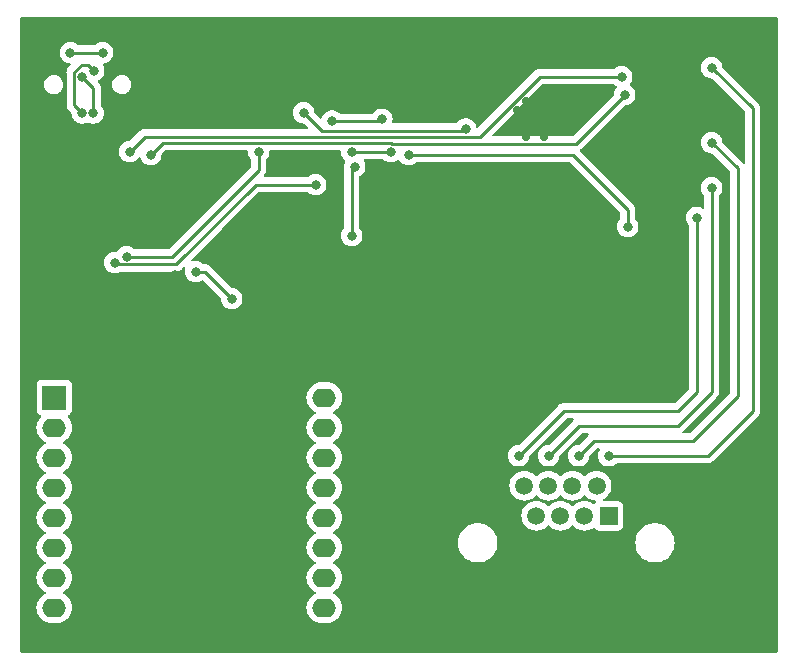
<source format=gbr>
%TF.GenerationSoftware,KiCad,Pcbnew,(6.0.11-0)*%
%TF.CreationDate,2023-03-27T22:19:29-07:00*%
%TF.ProjectId,LED,4c45442e-6b69-4636-9164-5f7063625858,rev?*%
%TF.SameCoordinates,Original*%
%TF.FileFunction,Copper,L2,Bot*%
%TF.FilePolarity,Positive*%
%FSLAX46Y46*%
G04 Gerber Fmt 4.6, Leading zero omitted, Abs format (unit mm)*
G04 Created by KiCad (PCBNEW (6.0.11-0)) date 2023-03-27 22:19:29*
%MOMM*%
%LPD*%
G01*
G04 APERTURE LIST*
%TA.AperFunction,ComponentPad*%
%ADD10R,2.000000X2.000000*%
%TD*%
%TA.AperFunction,ComponentPad*%
%ADD11O,2.000000X1.600000*%
%TD*%
%TA.AperFunction,ComponentPad*%
%ADD12R,1.500000X1.500000*%
%TD*%
%TA.AperFunction,ComponentPad*%
%ADD13C,1.500000*%
%TD*%
%TA.AperFunction,HeatsinkPad*%
%ADD14C,0.700000*%
%TD*%
%TA.AperFunction,ComponentPad*%
%ADD15O,0.900000X2.000000*%
%TD*%
%TA.AperFunction,ComponentPad*%
%ADD16O,0.900000X1.700000*%
%TD*%
%TA.AperFunction,ViaPad*%
%ADD17C,0.800000*%
%TD*%
%TA.AperFunction,Conductor*%
%ADD18C,0.250000*%
%TD*%
G04 APERTURE END LIST*
D10*
%TO.P,U2,1,~{RST}*%
%TO.N,unconnected-(U2-Pad1)*%
X73373000Y-92710000D03*
D11*
%TO.P,U2,2,A0*%
%TO.N,unconnected-(U2-Pad2)*%
X73373000Y-95250000D03*
%TO.P,U2,3,D0*%
%TO.N,unconnected-(U2-Pad3)*%
X73373000Y-97790000D03*
%TO.P,U2,4,SCK/D5*%
%TO.N,/W_SIG*%
X73373000Y-100330000D03*
%TO.P,U2,5,MISO/D6*%
%TO.N,/B_SIG*%
X73373000Y-102870000D03*
%TO.P,U2,6,MOSI/D7*%
%TO.N,/R_SIG*%
X73373000Y-105410000D03*
%TO.P,U2,7,CS/D8*%
%TO.N,/G_SIG*%
X73373000Y-107950000D03*
%TO.P,U2,8,3V3*%
%TO.N,unconnected-(U2-Pad8)*%
X73373000Y-110490000D03*
%TO.P,U2,9,5V*%
%TO.N,Net-(R4-Pad2)*%
X96233000Y-110490000D03*
%TO.P,U2,10,GND*%
%TO.N,/WEMOS_GND*%
X96233000Y-107950000D03*
%TO.P,U2,11,D4*%
%TO.N,unconnected-(U2-Pad11)*%
X96233000Y-105410000D03*
%TO.P,U2,12,D3*%
%TO.N,unconnected-(U2-Pad12)*%
X96233000Y-102870000D03*
%TO.P,U2,13,SDA/D2*%
%TO.N,/ARGB1*%
X96233000Y-100330000D03*
%TO.P,U2,14,SCL/D1*%
%TO.N,/ARGB2*%
X96233000Y-97790000D03*
%TO.P,U2,15,RX*%
%TO.N,unconnected-(U2-Pad15)*%
X96233000Y-95250000D03*
%TO.P,U2,16,TX*%
%TO.N,unconnected-(U2-Pad16)*%
X96233000Y-92710000D03*
%TD*%
D12*
%TO.P,J2,1*%
%TO.N,/PIN1_GOOD*%
X120299829Y-102713169D03*
D13*
%TO.P,J2,2*%
%TO.N,/PIN2_GOOD*%
X119279829Y-100173169D03*
%TO.P,J2,3*%
%TO.N,/PIN3_GOOD*%
X118259829Y-102713169D03*
%TO.P,J2,4*%
%TO.N,/PIN4_GOOD*%
X117239829Y-100173169D03*
%TO.P,J2,5*%
%TO.N,/PIN5_GOOD*%
X116219829Y-102713169D03*
%TO.P,J2,6*%
%TO.N,/PIN6_GOOD*%
X115199829Y-100173169D03*
%TO.P,J2,7*%
%TO.N,/PIN7_GOOD*%
X114179829Y-102713169D03*
%TO.P,J2,8*%
%TO.N,/PIN8_GOOD*%
X113159829Y-100173169D03*
%TD*%
D14*
%TO.P,U3,39,GND*%
%TO.N,GND*%
X114809000Y-67563000D03*
X114046500Y-69850500D03*
X114809000Y-70613000D03*
X113284000Y-69088000D03*
X114809000Y-69088000D03*
X112521500Y-69850500D03*
X114046500Y-68325500D03*
X113284000Y-70613000D03*
X115571500Y-68325500D03*
X115571500Y-69850500D03*
X112521500Y-68325500D03*
X113284000Y-67563000D03*
%TD*%
D15*
%TO.P,J1,S1,SHIELD*%
%TO.N,GND*%
X71880000Y-66700000D03*
D16*
X80520000Y-62530000D03*
D15*
X80520000Y-66700000D03*
D16*
X71880000Y-62530000D03*
%TD*%
D17*
%TO.N,/RST*%
X96886500Y-69311281D03*
X101100769Y-69157216D03*
X90678000Y-71882000D03*
X79502000Y-80772000D03*
%TO.N,GND*%
X109982000Y-63754000D03*
X83566000Y-82296000D03*
X83566000Y-62484000D03*
X110490000Y-112268000D03*
X85344000Y-88900000D03*
X84836000Y-102616000D03*
X94742000Y-64516000D03*
X105664000Y-102362000D03*
X91186000Y-102616000D03*
X117602000Y-112268000D03*
X125984000Y-85090000D03*
X129032000Y-100838000D03*
X100584000Y-77978000D03*
X91186000Y-112268000D03*
X131318000Y-107696000D03*
X72390000Y-89154000D03*
X85344000Y-72136000D03*
X78232000Y-70866000D03*
X110490000Y-96520000D03*
X99314000Y-91440000D03*
X84836000Y-107442000D03*
X131318000Y-112268000D03*
X110236000Y-74930000D03*
X90932000Y-76454000D03*
X91186000Y-107442000D03*
X78486000Y-95250000D03*
X78486000Y-88900000D03*
X123698000Y-112268000D03*
X78486000Y-83312000D03*
X118618000Y-74930000D03*
X110490000Y-91694000D03*
X132842000Y-62738000D03*
X91440000Y-96774000D03*
X99314000Y-112268000D03*
X105918000Y-112268000D03*
X105918000Y-107188000D03*
X78486000Y-107442000D03*
X110490000Y-102362000D03*
X85344000Y-76454000D03*
X118618000Y-63754000D03*
X78486000Y-112268000D03*
X74168000Y-70866000D03*
X125984000Y-91186000D03*
X110236000Y-107696000D03*
X99568000Y-67056000D03*
X83566000Y-67056000D03*
X103378000Y-64262000D03*
X84836000Y-112268000D03*
X105664000Y-96520000D03*
X72390000Y-83312000D03*
%TO.N,+3.3V*%
X98552000Y-78994000D03*
X98806000Y-73152000D03*
%TO.N,+5V*%
X74742194Y-63500000D03*
X85344000Y-82042000D03*
X88392000Y-84328000D03*
X77470000Y-63500000D03*
%TO.N,/D+*%
X75692000Y-65532000D03*
X76665303Y-68626763D03*
%TO.N,/D-*%
X76708000Y-65024000D03*
X75738800Y-68626763D03*
%TO.N,Net-(R3-Pad1)*%
X78486000Y-81280000D03*
X95504000Y-74676000D03*
%TO.N,/GPI0O*%
X103378000Y-72136000D03*
X121920000Y-78232000D03*
%TO.N,Net-(U3-Pad8)*%
X98552000Y-71882000D03*
X101854000Y-71882000D03*
%TO.N,/TXD*%
X81534000Y-72136000D03*
X121666000Y-67056000D03*
%TO.N,/RXD*%
X79756000Y-71882000D03*
X121412000Y-65532000D03*
%TO.N,/PIN2_GOOD*%
X129032000Y-64770000D03*
X120299829Y-97633169D03*
%TO.N,/PIN4_GOOD*%
X129032000Y-71120000D03*
X117759829Y-97633169D03*
%TO.N,/PIN6_GOOD*%
X115219829Y-97633169D03*
X129032000Y-74930000D03*
%TO.N,/PIN8_GOOD*%
X127762000Y-77470000D03*
X112679829Y-97633169D03*
%TO.N,Net-(U3-Pad24)*%
X94488000Y-68580000D03*
X108204000Y-69960500D03*
%TD*%
D18*
%TO.N,/RST*%
X90678000Y-73406000D02*
X90678000Y-71882000D01*
X79502000Y-80772000D02*
X83312000Y-80772000D01*
X101100769Y-69157216D02*
X100946704Y-69311281D01*
X83312000Y-80772000D02*
X90678000Y-73406000D01*
X100946704Y-69311281D02*
X96886500Y-69311281D01*
%TO.N,+3.3V*%
X98806000Y-73152000D02*
X98552000Y-73406000D01*
X98552000Y-73406000D02*
X98552000Y-78994000D01*
%TO.N,+5V*%
X86106000Y-82042000D02*
X88392000Y-84328000D01*
X85344000Y-82042000D02*
X86106000Y-82042000D01*
X74742194Y-63500000D02*
X77470000Y-63500000D01*
%TO.N,/D+*%
X76665303Y-66505303D02*
X75692000Y-65532000D01*
X76665303Y-68626763D02*
X76665303Y-66505303D01*
%TO.N,/D-*%
X75692000Y-64516000D02*
X76200000Y-64516000D01*
X75040000Y-67927963D02*
X75040000Y-65168000D01*
X75738800Y-68626763D02*
X75040000Y-67927963D01*
X76200000Y-64516000D02*
X76708000Y-65024000D01*
X75040000Y-65168000D02*
X75692000Y-64516000D01*
%TO.N,Net-(R3-Pad1)*%
X78630000Y-81424000D02*
X83676000Y-81424000D01*
X83676000Y-81424000D02*
X90424000Y-74676000D01*
X78486000Y-81280000D02*
X78630000Y-81424000D01*
X90424000Y-74676000D02*
X95504000Y-74676000D01*
%TO.N,/GPI0O*%
X117254068Y-72136000D02*
X121920000Y-76801932D01*
X121920000Y-76801932D02*
X121920000Y-78232000D01*
X103378000Y-72136000D02*
X117254068Y-72136000D01*
%TO.N,Net-(U3-Pad8)*%
X98552000Y-71882000D02*
X101854000Y-71882000D01*
%TO.N,/TXD*%
X82550000Y-71120000D02*
X101854000Y-71120000D01*
X117507000Y-71215000D02*
X121666000Y-67056000D01*
X101949000Y-71215000D02*
X117507000Y-71215000D01*
X101854000Y-71120000D02*
X101949000Y-71215000D01*
X81534000Y-72136000D02*
X82550000Y-71120000D01*
%TO.N,/RXD*%
X114463643Y-65532000D02*
X121412000Y-65532000D01*
X81026000Y-70612000D02*
X109383643Y-70612000D01*
X79756000Y-71882000D02*
X81026000Y-70612000D01*
X109383643Y-70612000D02*
X114463643Y-65532000D01*
%TO.N,/PIN2_GOOD*%
X129032000Y-64770000D02*
X132491829Y-68229829D01*
X128681829Y-97633169D02*
X120299829Y-97633169D01*
X132491829Y-93823169D02*
X128681829Y-97633169D01*
X132491829Y-68229829D02*
X132491829Y-93823169D01*
%TO.N,/PIN4_GOOD*%
X119029829Y-96363169D02*
X117759829Y-97633169D01*
X129032000Y-71120000D02*
X131221829Y-73309829D01*
X131221829Y-73309829D02*
X131221829Y-92553169D01*
X127411829Y-96363169D02*
X119029829Y-96363169D01*
X131221829Y-92553169D02*
X127411829Y-96363169D01*
%TO.N,/PIN6_GOOD*%
X117759829Y-95093169D02*
X125886831Y-95093169D01*
X126140831Y-95093169D02*
X125886831Y-95093169D01*
X125886831Y-95093169D02*
X126141829Y-95093169D01*
X129032000Y-74930000D02*
X129032000Y-92202000D01*
X129032000Y-92202000D02*
X126140831Y-95093169D01*
X117759829Y-95093169D02*
X115219829Y-97633169D01*
%TO.N,/PIN8_GOOD*%
X112679829Y-97633169D02*
X116489829Y-93823169D01*
X127762000Y-77470000D02*
X127762000Y-92202998D01*
X126141829Y-93823169D02*
X116489829Y-93823169D01*
X127762000Y-92202998D02*
X126141829Y-93823169D01*
%TO.N,Net-(U3-Pad24)*%
X108204000Y-70104000D02*
X108204000Y-69960500D01*
X94488000Y-68580000D02*
X96012000Y-70104000D01*
X96012000Y-70104000D02*
X108204000Y-70104000D01*
%TD*%
%TA.AperFunction,Conductor*%
%TO.N,GND*%
G36*
X134578691Y-60527407D02*
G01*
X134614655Y-60576907D01*
X134619500Y-60607500D01*
X134619500Y-114200500D01*
X134600593Y-114258691D01*
X134551093Y-114294655D01*
X134520500Y-114299500D01*
X70607500Y-114299500D01*
X70549309Y-114280593D01*
X70513345Y-114231093D01*
X70508500Y-114200500D01*
X70508500Y-110490000D01*
X71859502Y-110490000D01*
X71879457Y-110718087D01*
X71938716Y-110939243D01*
X72035477Y-111146749D01*
X72166802Y-111334300D01*
X72328700Y-111496198D01*
X72516251Y-111627523D01*
X72723757Y-111724284D01*
X72727928Y-111725402D01*
X72727929Y-111725402D01*
X72940736Y-111782424D01*
X72940739Y-111782424D01*
X72944913Y-111783543D01*
X72989508Y-111787445D01*
X73113707Y-111798311D01*
X73113718Y-111798311D01*
X73115873Y-111798500D01*
X73630127Y-111798500D01*
X73632282Y-111798311D01*
X73632293Y-111798311D01*
X73756492Y-111787445D01*
X73801087Y-111783543D01*
X73805261Y-111782424D01*
X73805264Y-111782424D01*
X74018071Y-111725402D01*
X74018072Y-111725402D01*
X74022243Y-111724284D01*
X74229749Y-111627523D01*
X74417300Y-111496198D01*
X74579198Y-111334300D01*
X74710523Y-111146749D01*
X74807284Y-110939243D01*
X74866543Y-110718087D01*
X74886498Y-110490000D01*
X94719502Y-110490000D01*
X94739457Y-110718087D01*
X94798716Y-110939243D01*
X94895477Y-111146749D01*
X95026802Y-111334300D01*
X95188700Y-111496198D01*
X95376251Y-111627523D01*
X95583757Y-111724284D01*
X95587928Y-111725402D01*
X95587929Y-111725402D01*
X95800736Y-111782424D01*
X95800739Y-111782424D01*
X95804913Y-111783543D01*
X95849508Y-111787445D01*
X95973707Y-111798311D01*
X95973718Y-111798311D01*
X95975873Y-111798500D01*
X96490127Y-111798500D01*
X96492282Y-111798311D01*
X96492293Y-111798311D01*
X96616492Y-111787445D01*
X96661087Y-111783543D01*
X96665261Y-111782424D01*
X96665264Y-111782424D01*
X96878071Y-111725402D01*
X96878072Y-111725402D01*
X96882243Y-111724284D01*
X97089749Y-111627523D01*
X97277300Y-111496198D01*
X97439198Y-111334300D01*
X97570523Y-111146749D01*
X97667284Y-110939243D01*
X97726543Y-110718087D01*
X97746498Y-110490000D01*
X97726543Y-110261913D01*
X97667284Y-110040757D01*
X97570523Y-109833251D01*
X97439198Y-109645700D01*
X97277300Y-109483802D01*
X97089749Y-109352477D01*
X97085841Y-109350654D01*
X97085838Y-109350653D01*
X96998066Y-109309725D01*
X96953318Y-109267997D01*
X96941643Y-109207935D01*
X96967501Y-109152482D01*
X96998066Y-109130275D01*
X97085838Y-109089347D01*
X97085841Y-109089346D01*
X97089749Y-109087523D01*
X97277300Y-108956198D01*
X97439198Y-108794300D01*
X97570523Y-108606749D01*
X97667284Y-108399243D01*
X97726543Y-108178087D01*
X97746498Y-107950000D01*
X97726543Y-107721913D01*
X97667284Y-107500757D01*
X97570523Y-107293251D01*
X97439198Y-107105700D01*
X97277300Y-106943802D01*
X97089749Y-106812477D01*
X97085841Y-106810654D01*
X97085838Y-106810653D01*
X96998066Y-106769725D01*
X96953318Y-106727997D01*
X96941643Y-106667935D01*
X96967501Y-106612482D01*
X96998066Y-106590275D01*
X97085838Y-106549347D01*
X97085841Y-106549346D01*
X97089749Y-106547523D01*
X97277300Y-106416198D01*
X97439198Y-106254300D01*
X97570523Y-106066749D01*
X97667284Y-105859243D01*
X97668402Y-105855071D01*
X97725424Y-105642264D01*
X97725424Y-105642261D01*
X97726543Y-105638087D01*
X97746498Y-105410000D01*
X97726543Y-105181913D01*
X97681328Y-105013169D01*
X107566201Y-105013169D01*
X107566506Y-105017044D01*
X107579821Y-105186224D01*
X107586683Y-105273418D01*
X107647625Y-105527258D01*
X107747526Y-105768440D01*
X107883926Y-105991025D01*
X108053466Y-106189532D01*
X108251973Y-106359072D01*
X108474558Y-106495472D01*
X108715740Y-106595373D01*
X108719514Y-106596279D01*
X108719517Y-106596280D01*
X108855088Y-106628828D01*
X108969580Y-106656315D01*
X108973445Y-106656619D01*
X108973450Y-106656620D01*
X109094357Y-106666135D01*
X109164671Y-106671669D01*
X109294987Y-106671669D01*
X109365301Y-106666135D01*
X109486208Y-106656620D01*
X109486213Y-106656619D01*
X109490078Y-106656315D01*
X109604570Y-106628828D01*
X109740141Y-106596280D01*
X109740144Y-106596279D01*
X109743918Y-106595373D01*
X109985100Y-106495472D01*
X110207685Y-106359072D01*
X110406192Y-106189532D01*
X110575732Y-105991025D01*
X110712132Y-105768440D01*
X110812033Y-105527258D01*
X110872975Y-105273418D01*
X110879838Y-105186224D01*
X110893152Y-105017044D01*
X110893457Y-105013169D01*
X122566201Y-105013169D01*
X122566506Y-105017044D01*
X122579821Y-105186224D01*
X122586683Y-105273418D01*
X122647625Y-105527258D01*
X122747526Y-105768440D01*
X122883926Y-105991025D01*
X123053466Y-106189532D01*
X123251973Y-106359072D01*
X123474558Y-106495472D01*
X123715740Y-106595373D01*
X123719514Y-106596279D01*
X123719517Y-106596280D01*
X123855088Y-106628828D01*
X123969580Y-106656315D01*
X123973445Y-106656619D01*
X123973450Y-106656620D01*
X124094357Y-106666135D01*
X124164671Y-106671669D01*
X124294987Y-106671669D01*
X124365301Y-106666135D01*
X124486208Y-106656620D01*
X124486213Y-106656619D01*
X124490078Y-106656315D01*
X124604570Y-106628828D01*
X124740141Y-106596280D01*
X124740144Y-106596279D01*
X124743918Y-106595373D01*
X124985100Y-106495472D01*
X125207685Y-106359072D01*
X125406192Y-106189532D01*
X125575732Y-105991025D01*
X125712132Y-105768440D01*
X125812033Y-105527258D01*
X125872975Y-105273418D01*
X125879838Y-105186224D01*
X125893152Y-105017044D01*
X125893457Y-105013169D01*
X125872975Y-104752920D01*
X125812033Y-104499080D01*
X125712132Y-104257898D01*
X125575732Y-104035313D01*
X125406192Y-103836806D01*
X125207685Y-103667266D01*
X124985100Y-103530866D01*
X124743918Y-103430965D01*
X124740144Y-103430059D01*
X124740141Y-103430058D01*
X124604570Y-103397510D01*
X124490078Y-103370023D01*
X124486213Y-103369719D01*
X124486208Y-103369718D01*
X124365301Y-103360203D01*
X124294987Y-103354669D01*
X124164671Y-103354669D01*
X124094357Y-103360203D01*
X123973450Y-103369718D01*
X123973445Y-103369719D01*
X123969580Y-103370023D01*
X123855088Y-103397510D01*
X123719517Y-103430058D01*
X123719514Y-103430059D01*
X123715740Y-103430965D01*
X123474558Y-103530866D01*
X123251973Y-103667266D01*
X123053466Y-103836806D01*
X122883926Y-104035313D01*
X122747526Y-104257898D01*
X122647625Y-104499080D01*
X122586683Y-104752920D01*
X122566201Y-105013169D01*
X110893457Y-105013169D01*
X110872975Y-104752920D01*
X110812033Y-104499080D01*
X110712132Y-104257898D01*
X110575732Y-104035313D01*
X110406192Y-103836806D01*
X110207685Y-103667266D01*
X109985100Y-103530866D01*
X109743918Y-103430965D01*
X109740144Y-103430059D01*
X109740141Y-103430058D01*
X109604570Y-103397510D01*
X109490078Y-103370023D01*
X109486213Y-103369719D01*
X109486208Y-103369718D01*
X109365301Y-103360203D01*
X109294987Y-103354669D01*
X109164671Y-103354669D01*
X109094357Y-103360203D01*
X108973450Y-103369718D01*
X108973445Y-103369719D01*
X108969580Y-103370023D01*
X108855088Y-103397510D01*
X108719517Y-103430058D01*
X108719514Y-103430059D01*
X108715740Y-103430965D01*
X108474558Y-103530866D01*
X108251973Y-103667266D01*
X108053466Y-103836806D01*
X107883926Y-104035313D01*
X107747526Y-104257898D01*
X107647625Y-104499080D01*
X107586683Y-104752920D01*
X107566201Y-105013169D01*
X97681328Y-105013169D01*
X97667284Y-104960757D01*
X97570523Y-104753251D01*
X97439198Y-104565700D01*
X97277300Y-104403802D01*
X97089749Y-104272477D01*
X97085841Y-104270654D01*
X97085838Y-104270653D01*
X96998066Y-104229725D01*
X96953318Y-104187997D01*
X96941643Y-104127935D01*
X96967501Y-104072482D01*
X96998066Y-104050275D01*
X97085838Y-104009347D01*
X97085841Y-104009346D01*
X97089749Y-104007523D01*
X97277300Y-103876198D01*
X97439198Y-103714300D01*
X97570523Y-103526749D01*
X97667284Y-103319243D01*
X97726543Y-103098087D01*
X97746498Y-102870000D01*
X97726543Y-102641913D01*
X97686856Y-102493798D01*
X97668402Y-102424929D01*
X97668402Y-102424928D01*
X97667284Y-102420757D01*
X97570523Y-102213251D01*
X97439198Y-102025700D01*
X97277300Y-101863802D01*
X97089749Y-101732477D01*
X97085841Y-101730654D01*
X97085838Y-101730653D01*
X97032169Y-101705627D01*
X96998066Y-101689725D01*
X96953318Y-101647997D01*
X96941643Y-101587935D01*
X96967501Y-101532482D01*
X96998066Y-101510275D01*
X96998485Y-101510080D01*
X97034811Y-101493141D01*
X97085838Y-101469347D01*
X97085841Y-101469346D01*
X97089749Y-101467523D01*
X97277300Y-101336198D01*
X97439198Y-101174300D01*
X97570523Y-100986749D01*
X97667284Y-100779243D01*
X97726543Y-100558087D01*
X97746498Y-100330000D01*
X97732777Y-100173169D01*
X111896522Y-100173169D01*
X111915714Y-100392540D01*
X111972709Y-100605245D01*
X112065773Y-100804822D01*
X112192080Y-100985207D01*
X112347791Y-101140918D01*
X112528175Y-101267225D01*
X112532087Y-101269049D01*
X112681406Y-101338677D01*
X112727753Y-101360289D01*
X112940458Y-101417284D01*
X113159829Y-101436476D01*
X113379200Y-101417284D01*
X113591905Y-101360289D01*
X113638253Y-101338677D01*
X113787571Y-101269049D01*
X113791483Y-101267225D01*
X113971867Y-101140918D01*
X114109825Y-101002960D01*
X114164342Y-100975183D01*
X114224774Y-100984754D01*
X114249833Y-101002960D01*
X114387791Y-101140918D01*
X114568175Y-101267225D01*
X114572087Y-101269049D01*
X114721406Y-101338677D01*
X114767753Y-101360289D01*
X114980458Y-101417284D01*
X115199829Y-101436476D01*
X115419200Y-101417284D01*
X115631905Y-101360289D01*
X115678253Y-101338677D01*
X115827571Y-101269049D01*
X115831483Y-101267225D01*
X116011867Y-101140918D01*
X116149825Y-101002960D01*
X116204342Y-100975183D01*
X116264774Y-100984754D01*
X116289833Y-101002960D01*
X116427791Y-101140918D01*
X116608175Y-101267225D01*
X116612087Y-101269049D01*
X116761406Y-101338677D01*
X116807753Y-101360289D01*
X117020458Y-101417284D01*
X117239829Y-101436476D01*
X117459200Y-101417284D01*
X117671905Y-101360289D01*
X117718253Y-101338677D01*
X117867571Y-101269049D01*
X117871483Y-101267225D01*
X118051867Y-101140918D01*
X118189825Y-101002960D01*
X118244342Y-100975183D01*
X118304774Y-100984754D01*
X118329833Y-101002960D01*
X118467791Y-101140918D01*
X118648175Y-101267225D01*
X118652087Y-101269049D01*
X118801406Y-101338677D01*
X118847753Y-101360289D01*
X119060458Y-101417284D01*
X119083402Y-101419291D01*
X119134156Y-101423732D01*
X119190477Y-101447639D01*
X119221990Y-101500085D01*
X119216657Y-101561038D01*
X119195531Y-101592359D01*
X119192212Y-101595678D01*
X119186568Y-101599908D01*
X119182338Y-101605552D01*
X119182334Y-101605556D01*
X119133054Y-101671310D01*
X119083026Y-101706535D01*
X119021848Y-101705627D01*
X118997057Y-101693037D01*
X118891483Y-101619113D01*
X118691905Y-101526049D01*
X118479200Y-101469054D01*
X118259829Y-101449862D01*
X118040458Y-101469054D01*
X117827753Y-101526049D01*
X117628176Y-101619113D01*
X117624643Y-101621587D01*
X117624638Y-101621590D01*
X117553631Y-101671310D01*
X117447791Y-101745420D01*
X117309833Y-101883378D01*
X117255316Y-101911155D01*
X117194884Y-101901584D01*
X117169825Y-101883378D01*
X117031867Y-101745420D01*
X116851483Y-101619113D01*
X116651905Y-101526049D01*
X116439200Y-101469054D01*
X116219829Y-101449862D01*
X116000458Y-101469054D01*
X115787753Y-101526049D01*
X115588176Y-101619113D01*
X115584643Y-101621587D01*
X115584638Y-101621590D01*
X115513631Y-101671310D01*
X115407791Y-101745420D01*
X115269833Y-101883378D01*
X115215316Y-101911155D01*
X115154884Y-101901584D01*
X115129825Y-101883378D01*
X114991867Y-101745420D01*
X114811483Y-101619113D01*
X114611905Y-101526049D01*
X114399200Y-101469054D01*
X114179829Y-101449862D01*
X113960458Y-101469054D01*
X113747753Y-101526049D01*
X113548176Y-101619113D01*
X113544643Y-101621587D01*
X113544638Y-101621590D01*
X113473631Y-101671310D01*
X113367791Y-101745420D01*
X113212080Y-101901131D01*
X113085773Y-102081516D01*
X112992709Y-102281093D01*
X112935714Y-102493798D01*
X112916522Y-102713169D01*
X112935714Y-102932540D01*
X112992709Y-103145245D01*
X113085773Y-103344822D01*
X113212080Y-103525207D01*
X113367791Y-103680918D01*
X113548175Y-103807225D01*
X113577257Y-103820786D01*
X113701406Y-103878677D01*
X113747753Y-103900289D01*
X113960458Y-103957284D01*
X114179829Y-103976476D01*
X114399200Y-103957284D01*
X114611905Y-103900289D01*
X114658253Y-103878677D01*
X114782401Y-103820786D01*
X114811483Y-103807225D01*
X114991867Y-103680918D01*
X115129825Y-103542960D01*
X115184342Y-103515183D01*
X115244774Y-103524754D01*
X115269833Y-103542960D01*
X115407791Y-103680918D01*
X115588175Y-103807225D01*
X115617257Y-103820786D01*
X115741406Y-103878677D01*
X115787753Y-103900289D01*
X116000458Y-103957284D01*
X116219829Y-103976476D01*
X116439200Y-103957284D01*
X116651905Y-103900289D01*
X116698253Y-103878677D01*
X116822401Y-103820786D01*
X116851483Y-103807225D01*
X117031867Y-103680918D01*
X117169825Y-103542960D01*
X117224342Y-103515183D01*
X117284774Y-103524754D01*
X117309833Y-103542960D01*
X117447791Y-103680918D01*
X117628175Y-103807225D01*
X117657257Y-103820786D01*
X117781406Y-103878677D01*
X117827753Y-103900289D01*
X118040458Y-103957284D01*
X118259829Y-103976476D01*
X118479200Y-103957284D01*
X118691905Y-103900289D01*
X118738253Y-103878677D01*
X118862401Y-103820786D01*
X118891483Y-103807225D01*
X118997053Y-103733304D01*
X119055561Y-103715416D01*
X119113413Y-103735336D01*
X119133054Y-103755028D01*
X119182334Y-103820782D01*
X119182338Y-103820786D01*
X119186568Y-103826430D01*
X119303124Y-103913784D01*
X119439513Y-103964914D01*
X119445685Y-103965584D01*
X119445687Y-103965585D01*
X119481666Y-103969493D01*
X119501695Y-103971669D01*
X121097963Y-103971669D01*
X121117992Y-103969493D01*
X121153971Y-103965585D01*
X121153973Y-103965584D01*
X121160145Y-103964914D01*
X121296534Y-103913784D01*
X121413090Y-103826430D01*
X121500444Y-103709874D01*
X121551574Y-103573485D01*
X121558329Y-103511303D01*
X121558329Y-101915035D01*
X121553095Y-101866856D01*
X121552245Y-101859027D01*
X121552244Y-101859025D01*
X121551574Y-101852853D01*
X121500444Y-101716464D01*
X121413090Y-101599908D01*
X121296534Y-101512554D01*
X121160145Y-101461424D01*
X121153973Y-101460754D01*
X121153971Y-101460753D01*
X121117992Y-101456845D01*
X121097963Y-101454669D01*
X119955541Y-101454669D01*
X119897350Y-101435762D01*
X119861386Y-101386262D01*
X119861386Y-101325076D01*
X119897350Y-101275576D01*
X119906038Y-101269934D01*
X119907571Y-101269049D01*
X119911483Y-101267225D01*
X120091867Y-101140918D01*
X120247578Y-100985207D01*
X120373885Y-100804822D01*
X120466949Y-100605245D01*
X120523944Y-100392540D01*
X120543136Y-100173169D01*
X120523944Y-99953798D01*
X120466949Y-99741093D01*
X120373885Y-99541516D01*
X120247578Y-99361131D01*
X120091867Y-99205420D01*
X119911483Y-99079113D01*
X119711905Y-98986049D01*
X119499200Y-98929054D01*
X119279829Y-98909862D01*
X119060458Y-98929054D01*
X118847753Y-98986049D01*
X118648176Y-99079113D01*
X118644641Y-99081588D01*
X118644638Y-99081590D01*
X118569285Y-99134353D01*
X118467791Y-99205420D01*
X118329833Y-99343378D01*
X118275316Y-99371155D01*
X118214884Y-99361584D01*
X118189825Y-99343378D01*
X118051867Y-99205420D01*
X117871483Y-99079113D01*
X117671905Y-98986049D01*
X117459200Y-98929054D01*
X117239829Y-98909862D01*
X117020458Y-98929054D01*
X116807753Y-98986049D01*
X116608176Y-99079113D01*
X116604641Y-99081588D01*
X116604638Y-99081590D01*
X116529285Y-99134353D01*
X116427791Y-99205420D01*
X116289833Y-99343378D01*
X116235316Y-99371155D01*
X116174884Y-99361584D01*
X116149825Y-99343378D01*
X116011867Y-99205420D01*
X115831483Y-99079113D01*
X115631905Y-98986049D01*
X115419200Y-98929054D01*
X115199829Y-98909862D01*
X114980458Y-98929054D01*
X114767753Y-98986049D01*
X114568176Y-99079113D01*
X114564641Y-99081588D01*
X114564638Y-99081590D01*
X114489285Y-99134353D01*
X114387791Y-99205420D01*
X114249833Y-99343378D01*
X114195316Y-99371155D01*
X114134884Y-99361584D01*
X114109825Y-99343378D01*
X113971867Y-99205420D01*
X113791483Y-99079113D01*
X113591905Y-98986049D01*
X113379200Y-98929054D01*
X113159829Y-98909862D01*
X112940458Y-98929054D01*
X112727753Y-98986049D01*
X112528176Y-99079113D01*
X112524641Y-99081588D01*
X112524638Y-99081590D01*
X112449285Y-99134353D01*
X112347791Y-99205420D01*
X112192080Y-99361131D01*
X112065773Y-99541516D01*
X111972709Y-99741093D01*
X111915714Y-99953798D01*
X111896522Y-100173169D01*
X97732777Y-100173169D01*
X97726543Y-100101913D01*
X97686856Y-99953798D01*
X97668402Y-99884929D01*
X97668402Y-99884928D01*
X97667284Y-99880757D01*
X97570523Y-99673251D01*
X97439198Y-99485700D01*
X97277300Y-99323802D01*
X97089749Y-99192477D01*
X97085841Y-99190654D01*
X97085838Y-99190653D01*
X96998066Y-99149725D01*
X96953318Y-99107997D01*
X96941643Y-99047935D01*
X96967501Y-98992482D01*
X96998066Y-98970275D01*
X97085838Y-98929347D01*
X97085841Y-98929346D01*
X97089749Y-98927523D01*
X97277300Y-98796198D01*
X97439198Y-98634300D01*
X97570523Y-98446749D01*
X97653560Y-98268675D01*
X97665459Y-98243157D01*
X97665459Y-98243156D01*
X97667284Y-98239243D01*
X97672658Y-98219187D01*
X97725424Y-98022264D01*
X97725424Y-98022261D01*
X97726543Y-98018087D01*
X97746498Y-97790000D01*
X97732777Y-97633169D01*
X111766325Y-97633169D01*
X111786287Y-97823097D01*
X111787888Y-97828024D01*
X111787889Y-97828029D01*
X111828577Y-97953252D01*
X111845302Y-98004725D01*
X111847894Y-98009214D01*
X111847896Y-98009219D01*
X111901637Y-98102300D01*
X111940789Y-98170113D01*
X111944261Y-98173969D01*
X112065106Y-98308182D01*
X112065110Y-98308186D01*
X112068576Y-98312035D01*
X112223077Y-98424287D01*
X112325552Y-98469911D01*
X112392803Y-98499854D01*
X112392807Y-98499855D01*
X112397541Y-98501963D01*
X112402611Y-98503041D01*
X112402612Y-98503041D01*
X112437746Y-98510509D01*
X112584342Y-98541669D01*
X112775316Y-98541669D01*
X112921912Y-98510509D01*
X112957046Y-98503041D01*
X112957047Y-98503041D01*
X112962117Y-98501963D01*
X112966851Y-98499855D01*
X112966855Y-98499854D01*
X113034106Y-98469911D01*
X113136581Y-98424287D01*
X113291082Y-98312035D01*
X113294548Y-98308186D01*
X113294552Y-98308182D01*
X113415397Y-98173969D01*
X113418869Y-98170113D01*
X113458021Y-98102300D01*
X113511762Y-98009219D01*
X113511764Y-98009214D01*
X113514356Y-98004725D01*
X113531081Y-97953252D01*
X113571769Y-97828029D01*
X113571770Y-97828024D01*
X113573371Y-97823097D01*
X113591736Y-97648368D01*
X113620189Y-97588713D01*
X116723237Y-94485665D01*
X116777754Y-94457888D01*
X116793241Y-94456669D01*
X117255943Y-94456669D01*
X117314134Y-94475576D01*
X117350098Y-94525076D01*
X117350098Y-94586262D01*
X117324726Y-94626241D01*
X117322722Y-94627697D01*
X117318753Y-94632495D01*
X117293736Y-94662735D01*
X117287459Y-94669634D01*
X115261420Y-96695673D01*
X115206903Y-96723450D01*
X115191416Y-96724669D01*
X115124342Y-96724669D01*
X114977746Y-96755829D01*
X114942612Y-96763297D01*
X114942611Y-96763297D01*
X114937541Y-96764375D01*
X114932807Y-96766483D01*
X114932803Y-96766484D01*
X114879995Y-96789996D01*
X114763077Y-96842051D01*
X114608576Y-96954303D01*
X114605110Y-96958152D01*
X114605106Y-96958156D01*
X114544321Y-97025665D01*
X114480789Y-97096225D01*
X114478194Y-97100720D01*
X114387896Y-97257119D01*
X114387894Y-97257124D01*
X114385302Y-97261613D01*
X114383700Y-97266544D01*
X114327889Y-97438309D01*
X114327888Y-97438314D01*
X114326287Y-97443241D01*
X114306325Y-97633169D01*
X114326287Y-97823097D01*
X114327888Y-97828024D01*
X114327889Y-97828029D01*
X114368577Y-97953252D01*
X114385302Y-98004725D01*
X114387894Y-98009214D01*
X114387896Y-98009219D01*
X114441637Y-98102300D01*
X114480789Y-98170113D01*
X114484261Y-98173969D01*
X114605106Y-98308182D01*
X114605110Y-98308186D01*
X114608576Y-98312035D01*
X114763077Y-98424287D01*
X114865552Y-98469911D01*
X114932803Y-98499854D01*
X114932807Y-98499855D01*
X114937541Y-98501963D01*
X114942611Y-98503041D01*
X114942612Y-98503041D01*
X114977746Y-98510509D01*
X115124342Y-98541669D01*
X115315316Y-98541669D01*
X115461912Y-98510509D01*
X115497046Y-98503041D01*
X115497047Y-98503041D01*
X115502117Y-98501963D01*
X115506851Y-98499855D01*
X115506855Y-98499854D01*
X115574106Y-98469911D01*
X115676581Y-98424287D01*
X115831082Y-98312035D01*
X115834548Y-98308186D01*
X115834552Y-98308182D01*
X115955397Y-98173969D01*
X115958869Y-98170113D01*
X115998021Y-98102300D01*
X116051762Y-98009219D01*
X116051764Y-98009214D01*
X116054356Y-98004725D01*
X116071081Y-97953252D01*
X116111769Y-97828029D01*
X116111770Y-97828024D01*
X116113371Y-97823097D01*
X116131736Y-97648368D01*
X116160189Y-97588713D01*
X117993237Y-95755665D01*
X118047754Y-95727888D01*
X118063241Y-95726669D01*
X118525943Y-95726669D01*
X118584134Y-95745576D01*
X118620098Y-95795076D01*
X118620098Y-95856262D01*
X118594726Y-95896241D01*
X118592722Y-95897697D01*
X118564672Y-95931604D01*
X118563736Y-95932735D01*
X118557459Y-95939634D01*
X117801420Y-96695673D01*
X117746903Y-96723450D01*
X117731416Y-96724669D01*
X117664342Y-96724669D01*
X117517746Y-96755829D01*
X117482612Y-96763297D01*
X117482611Y-96763297D01*
X117477541Y-96764375D01*
X117472807Y-96766483D01*
X117472803Y-96766484D01*
X117419995Y-96789996D01*
X117303077Y-96842051D01*
X117148576Y-96954303D01*
X117145110Y-96958152D01*
X117145106Y-96958156D01*
X117084321Y-97025665D01*
X117020789Y-97096225D01*
X117018194Y-97100720D01*
X116927896Y-97257119D01*
X116927894Y-97257124D01*
X116925302Y-97261613D01*
X116923700Y-97266544D01*
X116867889Y-97438309D01*
X116867888Y-97438314D01*
X116866287Y-97443241D01*
X116846325Y-97633169D01*
X116866287Y-97823097D01*
X116867888Y-97828024D01*
X116867889Y-97828029D01*
X116908577Y-97953252D01*
X116925302Y-98004725D01*
X116927894Y-98009214D01*
X116927896Y-98009219D01*
X116981637Y-98102300D01*
X117020789Y-98170113D01*
X117024261Y-98173969D01*
X117145106Y-98308182D01*
X117145110Y-98308186D01*
X117148576Y-98312035D01*
X117303077Y-98424287D01*
X117405552Y-98469911D01*
X117472803Y-98499854D01*
X117472807Y-98499855D01*
X117477541Y-98501963D01*
X117482611Y-98503041D01*
X117482612Y-98503041D01*
X117517746Y-98510509D01*
X117664342Y-98541669D01*
X117855316Y-98541669D01*
X118001912Y-98510509D01*
X118037046Y-98503041D01*
X118037047Y-98503041D01*
X118042117Y-98501963D01*
X118046851Y-98499855D01*
X118046855Y-98499854D01*
X118114106Y-98469911D01*
X118216581Y-98424287D01*
X118371082Y-98312035D01*
X118374548Y-98308186D01*
X118374552Y-98308182D01*
X118495397Y-98173969D01*
X118498869Y-98170113D01*
X118538021Y-98102300D01*
X118591762Y-98009219D01*
X118591764Y-98009214D01*
X118594356Y-98004725D01*
X118611081Y-97953252D01*
X118651769Y-97828029D01*
X118651770Y-97828024D01*
X118653371Y-97823097D01*
X118671736Y-97648368D01*
X118700189Y-97588713D01*
X119263237Y-97025665D01*
X119317754Y-96997888D01*
X119333241Y-96996669D01*
X119446795Y-96996669D01*
X119504986Y-97015576D01*
X119540950Y-97065076D01*
X119540950Y-97126262D01*
X119532535Y-97145162D01*
X119465302Y-97261613D01*
X119463700Y-97266544D01*
X119407889Y-97438309D01*
X119407888Y-97438314D01*
X119406287Y-97443241D01*
X119386325Y-97633169D01*
X119406287Y-97823097D01*
X119407888Y-97828024D01*
X119407889Y-97828029D01*
X119448577Y-97953252D01*
X119465302Y-98004725D01*
X119467894Y-98009214D01*
X119467896Y-98009219D01*
X119521637Y-98102300D01*
X119560789Y-98170113D01*
X119564261Y-98173969D01*
X119685106Y-98308182D01*
X119685110Y-98308186D01*
X119688576Y-98312035D01*
X119843077Y-98424287D01*
X119945552Y-98469911D01*
X120012803Y-98499854D01*
X120012807Y-98499855D01*
X120017541Y-98501963D01*
X120022611Y-98503041D01*
X120022612Y-98503041D01*
X120057746Y-98510509D01*
X120204342Y-98541669D01*
X120395316Y-98541669D01*
X120541912Y-98510509D01*
X120577046Y-98503041D01*
X120577047Y-98503041D01*
X120582117Y-98501963D01*
X120586851Y-98499855D01*
X120586855Y-98499854D01*
X120654106Y-98469911D01*
X120756581Y-98424287D01*
X120911082Y-98312035D01*
X120922437Y-98299424D01*
X120975423Y-98268832D01*
X120996007Y-98266669D01*
X128602067Y-98266669D01*
X128611381Y-98267108D01*
X128615660Y-98267512D01*
X128621738Y-98268871D01*
X128690228Y-98266718D01*
X128693339Y-98266669D01*
X128721685Y-98266669D01*
X128724771Y-98266279D01*
X128724774Y-98266279D01*
X128726960Y-98266003D01*
X128736255Y-98265271D01*
X128752276Y-98264768D01*
X128775492Y-98264038D01*
X128775494Y-98264038D01*
X128781718Y-98263842D01*
X128803216Y-98257596D01*
X128818408Y-98254450D01*
X128840626Y-98251643D01*
X128882926Y-98234895D01*
X128891746Y-98231876D01*
X128935422Y-98219187D01*
X128940779Y-98216019D01*
X128940783Y-98216017D01*
X128954686Y-98207794D01*
X128968630Y-98200962D01*
X128989446Y-98192721D01*
X129026259Y-98165975D01*
X129034023Y-98160875D01*
X129073191Y-98137711D01*
X129089018Y-98121884D01*
X129100831Y-98111795D01*
X129113900Y-98102300D01*
X129113901Y-98102300D01*
X129118936Y-98098641D01*
X129122902Y-98093846D01*
X129122905Y-98093844D01*
X129147927Y-98063597D01*
X129154204Y-98056698D01*
X132883385Y-94327517D01*
X132890283Y-94321241D01*
X132893589Y-94318506D01*
X132898847Y-94315169D01*
X132945750Y-94265222D01*
X132947913Y-94262989D01*
X132967964Y-94242938D01*
X132970142Y-94240130D01*
X132971225Y-94238735D01*
X132977275Y-94231652D01*
X133004151Y-94203031D01*
X133004152Y-94203030D01*
X133008415Y-94198490D01*
X133019197Y-94178877D01*
X133027727Y-94165891D01*
X133029900Y-94163090D01*
X133041443Y-94148209D01*
X133059507Y-94106464D01*
X133063610Y-94098090D01*
X133082524Y-94063686D01*
X133085524Y-94058229D01*
X133087074Y-94052194D01*
X133091092Y-94036547D01*
X133096122Y-94021854D01*
X133102537Y-94007029D01*
X133102537Y-94007028D01*
X133105010Y-94001314D01*
X133112126Y-93956389D01*
X133114017Y-93947259D01*
X133123781Y-93909229D01*
X133123781Y-93909228D01*
X133125329Y-93903199D01*
X133125329Y-93880818D01*
X133126548Y-93865331D01*
X133129075Y-93849378D01*
X133129075Y-93849375D01*
X133130049Y-93843226D01*
X133125768Y-93797938D01*
X133125329Y-93788621D01*
X133125329Y-68309591D01*
X133125768Y-68300277D01*
X133126172Y-68295998D01*
X133127531Y-68289920D01*
X133125378Y-68221430D01*
X133125329Y-68218319D01*
X133125329Y-68189973D01*
X133124663Y-68184698D01*
X133123931Y-68175398D01*
X133122698Y-68136165D01*
X133122698Y-68136163D01*
X133122502Y-68129939D01*
X133116258Y-68108446D01*
X133113109Y-68093240D01*
X133111084Y-68077213D01*
X133110303Y-68071032D01*
X133108011Y-68065243D01*
X133108010Y-68065239D01*
X133093559Y-68028741D01*
X133090538Y-68019918D01*
X133079584Y-67982215D01*
X133077847Y-67976236D01*
X133066454Y-67956972D01*
X133059622Y-67943028D01*
X133051381Y-67922212D01*
X133024635Y-67885399D01*
X133019535Y-67877635D01*
X132996371Y-67838467D01*
X132980544Y-67822640D01*
X132970455Y-67810827D01*
X132960960Y-67797758D01*
X132960960Y-67797757D01*
X132957301Y-67792722D01*
X132952506Y-67788756D01*
X132952504Y-67788753D01*
X132922257Y-67763731D01*
X132915358Y-67757454D01*
X129972360Y-64814455D01*
X129943906Y-64754799D01*
X129942986Y-64746039D01*
X129925542Y-64580072D01*
X129923941Y-64575145D01*
X129923940Y-64575140D01*
X129869794Y-64408500D01*
X129866527Y-64398444D01*
X129863935Y-64393955D01*
X129863933Y-64393950D01*
X129773635Y-64237551D01*
X129771040Y-64233056D01*
X129718778Y-64175013D01*
X129646723Y-64094987D01*
X129646719Y-64094983D01*
X129643253Y-64091134D01*
X129488752Y-63978882D01*
X129386277Y-63933258D01*
X129319026Y-63903315D01*
X129319022Y-63903314D01*
X129314288Y-63901206D01*
X129309218Y-63900128D01*
X129309217Y-63900128D01*
X129274083Y-63892660D01*
X129127487Y-63861500D01*
X128936513Y-63861500D01*
X128789917Y-63892660D01*
X128754783Y-63900128D01*
X128754782Y-63900128D01*
X128749712Y-63901206D01*
X128744978Y-63903314D01*
X128744974Y-63903315D01*
X128677723Y-63933258D01*
X128575248Y-63978882D01*
X128420747Y-64091134D01*
X128417281Y-64094983D01*
X128417277Y-64094987D01*
X128345222Y-64175013D01*
X128292960Y-64233056D01*
X128290365Y-64237551D01*
X128200067Y-64393950D01*
X128200065Y-64393955D01*
X128197473Y-64398444D01*
X128194206Y-64408500D01*
X128140060Y-64575140D01*
X128140059Y-64575145D01*
X128138458Y-64580072D01*
X128118496Y-64770000D01*
X128138458Y-64959928D01*
X128140059Y-64964855D01*
X128140060Y-64964860D01*
X128167332Y-65048793D01*
X128197473Y-65141556D01*
X128200065Y-65146045D01*
X128200067Y-65146050D01*
X128268713Y-65264948D01*
X128292960Y-65306944D01*
X128296432Y-65310800D01*
X128417277Y-65445013D01*
X128417281Y-65445017D01*
X128420747Y-65448866D01*
X128575248Y-65561118D01*
X128677723Y-65606742D01*
X128744974Y-65636685D01*
X128744978Y-65636686D01*
X128749712Y-65638794D01*
X128754782Y-65639872D01*
X128754783Y-65639872D01*
X128789917Y-65647340D01*
X128936513Y-65678500D01*
X129003588Y-65678500D01*
X129061779Y-65697407D01*
X129073592Y-65707496D01*
X131829333Y-68463238D01*
X131857110Y-68517755D01*
X131858329Y-68533242D01*
X131858329Y-72805943D01*
X131839422Y-72864134D01*
X131789922Y-72900098D01*
X131728736Y-72900098D01*
X131688757Y-72874726D01*
X131687301Y-72872722D01*
X131652257Y-72843731D01*
X131645358Y-72837454D01*
X129972360Y-71164455D01*
X129943906Y-71104799D01*
X129942764Y-71093927D01*
X129925542Y-70930072D01*
X129923941Y-70925145D01*
X129923940Y-70925140D01*
X129868129Y-70753375D01*
X129866527Y-70748444D01*
X129863935Y-70743955D01*
X129863933Y-70743950D01*
X129773635Y-70587551D01*
X129771040Y-70583056D01*
X129708045Y-70513093D01*
X129646723Y-70444987D01*
X129646719Y-70444983D01*
X129643253Y-70441134D01*
X129488752Y-70328882D01*
X129386277Y-70283258D01*
X129319026Y-70253315D01*
X129319022Y-70253314D01*
X129314288Y-70251206D01*
X129309218Y-70250128D01*
X129309217Y-70250128D01*
X129274083Y-70242660D01*
X129127487Y-70211500D01*
X128936513Y-70211500D01*
X128789917Y-70242660D01*
X128754783Y-70250128D01*
X128754782Y-70250128D01*
X128749712Y-70251206D01*
X128744978Y-70253314D01*
X128744974Y-70253315D01*
X128677723Y-70283258D01*
X128575248Y-70328882D01*
X128420747Y-70441134D01*
X128417281Y-70444983D01*
X128417277Y-70444987D01*
X128355955Y-70513093D01*
X128292960Y-70583056D01*
X128290365Y-70587551D01*
X128200067Y-70743950D01*
X128200065Y-70743955D01*
X128197473Y-70748444D01*
X128195871Y-70753375D01*
X128140060Y-70925140D01*
X128140059Y-70925145D01*
X128138458Y-70930072D01*
X128118496Y-71120000D01*
X128138458Y-71309928D01*
X128140059Y-71314855D01*
X128140060Y-71314860D01*
X128151332Y-71349551D01*
X128197473Y-71491556D01*
X128200065Y-71496045D01*
X128200067Y-71496050D01*
X128268713Y-71614948D01*
X128292960Y-71656944D01*
X128296432Y-71660800D01*
X128417277Y-71795013D01*
X128417281Y-71795017D01*
X128420747Y-71798866D01*
X128575248Y-71911118D01*
X128677723Y-71956742D01*
X128744974Y-71986685D01*
X128744978Y-71986686D01*
X128749712Y-71988794D01*
X128754782Y-71989872D01*
X128754783Y-71989872D01*
X128789917Y-71997340D01*
X128936513Y-72028500D01*
X129003588Y-72028500D01*
X129061779Y-72047407D01*
X129073592Y-72057496D01*
X130559333Y-73543238D01*
X130587110Y-73597755D01*
X130588329Y-73613242D01*
X130588329Y-92249757D01*
X130569422Y-92307948D01*
X130559333Y-92319761D01*
X127178420Y-95700673D01*
X127123903Y-95728450D01*
X127108416Y-95729669D01*
X126645715Y-95729669D01*
X126587524Y-95710762D01*
X126551560Y-95661262D01*
X126551560Y-95600076D01*
X126576932Y-95560097D01*
X126578936Y-95558641D01*
X126612707Y-95517819D01*
X126618984Y-95510920D01*
X129423556Y-92706348D01*
X129430454Y-92700072D01*
X129433760Y-92697337D01*
X129439018Y-92694000D01*
X129485921Y-92644053D01*
X129488084Y-92641820D01*
X129508134Y-92621770D01*
X129510029Y-92619327D01*
X129510035Y-92619320D01*
X129511387Y-92617576D01*
X129517450Y-92610477D01*
X129544325Y-92581859D01*
X129544327Y-92581857D01*
X129548586Y-92577321D01*
X129559370Y-92557705D01*
X129567901Y-92544718D01*
X129577794Y-92531964D01*
X129581613Y-92527041D01*
X129599675Y-92485304D01*
X129603777Y-92476931D01*
X129622695Y-92442518D01*
X129622696Y-92442515D01*
X129625695Y-92437060D01*
X129631262Y-92415378D01*
X129636295Y-92400680D01*
X129642705Y-92385867D01*
X129642705Y-92385866D01*
X129645181Y-92380145D01*
X129652295Y-92335228D01*
X129654186Y-92326096D01*
X129665500Y-92282030D01*
X129665500Y-92259642D01*
X129666719Y-92244155D01*
X129669245Y-92228208D01*
X129669245Y-92228206D01*
X129670219Y-92222057D01*
X129665939Y-92176776D01*
X129665500Y-92167460D01*
X129665500Y-75622160D01*
X129684407Y-75563969D01*
X129690929Y-75555916D01*
X129700944Y-75544794D01*
X129771040Y-75466944D01*
X129833990Y-75357912D01*
X129863933Y-75306050D01*
X129863935Y-75306045D01*
X129866527Y-75301556D01*
X129896780Y-75208449D01*
X129923940Y-75124860D01*
X129923941Y-75124855D01*
X129925542Y-75119928D01*
X129945504Y-74930000D01*
X129925542Y-74740072D01*
X129923941Y-74735145D01*
X129923940Y-74735140D01*
X129868129Y-74563375D01*
X129866527Y-74558444D01*
X129863935Y-74553955D01*
X129863933Y-74553950D01*
X129773635Y-74397551D01*
X129771040Y-74393056D01*
X129760576Y-74381434D01*
X129646723Y-74254987D01*
X129646719Y-74254983D01*
X129643253Y-74251134D01*
X129488752Y-74138882D01*
X129386277Y-74093258D01*
X129319026Y-74063315D01*
X129319022Y-74063314D01*
X129314288Y-74061206D01*
X129309218Y-74060128D01*
X129309217Y-74060128D01*
X129274083Y-74052660D01*
X129127487Y-74021500D01*
X128936513Y-74021500D01*
X128789917Y-74052660D01*
X128754783Y-74060128D01*
X128754782Y-74060128D01*
X128749712Y-74061206D01*
X128744978Y-74063314D01*
X128744974Y-74063315D01*
X128677723Y-74093258D01*
X128575248Y-74138882D01*
X128420747Y-74251134D01*
X128417281Y-74254983D01*
X128417277Y-74254987D01*
X128303425Y-74381434D01*
X128292960Y-74393056D01*
X128290365Y-74397551D01*
X128200067Y-74553950D01*
X128200065Y-74553955D01*
X128197473Y-74558444D01*
X128195871Y-74563375D01*
X128140060Y-74735140D01*
X128140059Y-74735145D01*
X128138458Y-74740072D01*
X128118496Y-74930000D01*
X128138458Y-75119928D01*
X128140059Y-75124855D01*
X128140060Y-75124860D01*
X128167220Y-75208449D01*
X128197473Y-75301556D01*
X128200065Y-75306045D01*
X128200067Y-75306050D01*
X128230010Y-75357912D01*
X128292960Y-75466944D01*
X128363057Y-75544794D01*
X128373071Y-75555916D01*
X128397958Y-75611812D01*
X128398500Y-75622160D01*
X128398500Y-76615178D01*
X128379593Y-76673369D01*
X128330093Y-76709333D01*
X128268907Y-76709333D01*
X128241308Y-76695270D01*
X128222944Y-76681927D01*
X128222939Y-76681924D01*
X128218752Y-76678882D01*
X128075670Y-76615178D01*
X128049026Y-76603315D01*
X128049022Y-76603314D01*
X128044288Y-76601206D01*
X128039218Y-76600128D01*
X128039217Y-76600128D01*
X128001076Y-76592021D01*
X127857487Y-76561500D01*
X127666513Y-76561500D01*
X127522924Y-76592021D01*
X127484783Y-76600128D01*
X127484782Y-76600128D01*
X127479712Y-76601206D01*
X127474978Y-76603314D01*
X127474974Y-76603315D01*
X127448330Y-76615178D01*
X127305248Y-76678882D01*
X127150747Y-76791134D01*
X127147281Y-76794983D01*
X127147277Y-76794987D01*
X127033424Y-76921434D01*
X127022960Y-76933056D01*
X127020365Y-76937551D01*
X126930067Y-77093950D01*
X126930065Y-77093955D01*
X126927473Y-77098444D01*
X126925871Y-77103375D01*
X126870060Y-77275140D01*
X126870059Y-77275145D01*
X126868458Y-77280072D01*
X126848496Y-77470000D01*
X126868458Y-77659928D01*
X126870059Y-77664855D01*
X126870060Y-77664860D01*
X126881332Y-77699551D01*
X126927473Y-77841556D01*
X126930065Y-77846045D01*
X126930067Y-77846050D01*
X126998713Y-77964948D01*
X127022960Y-78006944D01*
X127054590Y-78042072D01*
X127103071Y-78095916D01*
X127127958Y-78151812D01*
X127128500Y-78162160D01*
X127128500Y-91899586D01*
X127109593Y-91957777D01*
X127099504Y-91969590D01*
X125908420Y-93160673D01*
X125853903Y-93188450D01*
X125838416Y-93189669D01*
X116569592Y-93189669D01*
X116560277Y-93189230D01*
X116556000Y-93188826D01*
X116549921Y-93187467D01*
X116481926Y-93189604D01*
X116481417Y-93189620D01*
X116478307Y-93189669D01*
X116449973Y-93189669D01*
X116446885Y-93190059D01*
X116444707Y-93190334D01*
X116435412Y-93191066D01*
X116418908Y-93191584D01*
X116396165Y-93192299D01*
X116396162Y-93192299D01*
X116389940Y-93192495D01*
X116368437Y-93198742D01*
X116353230Y-93201891D01*
X116350022Y-93202296D01*
X116337211Y-93203914D01*
X116337208Y-93203915D01*
X116331032Y-93204695D01*
X116325247Y-93206986D01*
X116325245Y-93206986D01*
X116288745Y-93221438D01*
X116279919Y-93224459D01*
X116242220Y-93235411D01*
X116242216Y-93235413D01*
X116236236Y-93237150D01*
X116230874Y-93240321D01*
X116216966Y-93248546D01*
X116203019Y-93255378D01*
X116182212Y-93263617D01*
X116177175Y-93267276D01*
X116177176Y-93267276D01*
X116145409Y-93290356D01*
X116137613Y-93295476D01*
X116098467Y-93318627D01*
X116082640Y-93334454D01*
X116070828Y-93344542D01*
X116052722Y-93357697D01*
X116048756Y-93362492D01*
X116048753Y-93362494D01*
X116023731Y-93392741D01*
X116017454Y-93399640D01*
X112721420Y-96695673D01*
X112666903Y-96723450D01*
X112651416Y-96724669D01*
X112584342Y-96724669D01*
X112437746Y-96755829D01*
X112402612Y-96763297D01*
X112402611Y-96763297D01*
X112397541Y-96764375D01*
X112392807Y-96766483D01*
X112392803Y-96766484D01*
X112339995Y-96789996D01*
X112223077Y-96842051D01*
X112068576Y-96954303D01*
X112065110Y-96958152D01*
X112065106Y-96958156D01*
X112004321Y-97025665D01*
X111940789Y-97096225D01*
X111938194Y-97100720D01*
X111847896Y-97257119D01*
X111847894Y-97257124D01*
X111845302Y-97261613D01*
X111843700Y-97266544D01*
X111787889Y-97438309D01*
X111787888Y-97438314D01*
X111786287Y-97443241D01*
X111766325Y-97633169D01*
X97732777Y-97633169D01*
X97726543Y-97561913D01*
X97667284Y-97340757D01*
X97570523Y-97133251D01*
X97439198Y-96945700D01*
X97277300Y-96783802D01*
X97089749Y-96652477D01*
X97085841Y-96650654D01*
X97085838Y-96650653D01*
X96998066Y-96609725D01*
X96953318Y-96567997D01*
X96941643Y-96507935D01*
X96967501Y-96452482D01*
X96998066Y-96430275D01*
X97085838Y-96389347D01*
X97085841Y-96389346D01*
X97089749Y-96387523D01*
X97277300Y-96256198D01*
X97439198Y-96094300D01*
X97570523Y-95906749D01*
X97667284Y-95699243D01*
X97699496Y-95579027D01*
X97725424Y-95482264D01*
X97725424Y-95482261D01*
X97726543Y-95478087D01*
X97746498Y-95250000D01*
X97726543Y-95021913D01*
X97667284Y-94800757D01*
X97570523Y-94593251D01*
X97439198Y-94405700D01*
X97277300Y-94243802D01*
X97089749Y-94112477D01*
X97085841Y-94110654D01*
X97085838Y-94110653D01*
X96998066Y-94069725D01*
X96953318Y-94027997D01*
X96941643Y-93967935D01*
X96967501Y-93912482D01*
X96998066Y-93890275D01*
X97085838Y-93849347D01*
X97085841Y-93849346D01*
X97089749Y-93847523D01*
X97277300Y-93716198D01*
X97439198Y-93554300D01*
X97570523Y-93366749D01*
X97631767Y-93235411D01*
X97665459Y-93163157D01*
X97665459Y-93163156D01*
X97667284Y-93159243D01*
X97708175Y-93006636D01*
X97725424Y-92942264D01*
X97725424Y-92942261D01*
X97726543Y-92938087D01*
X97746498Y-92710000D01*
X97726543Y-92481913D01*
X97700808Y-92385867D01*
X97668402Y-92264929D01*
X97668402Y-92264928D01*
X97667284Y-92260757D01*
X97659543Y-92244155D01*
X97572347Y-92057163D01*
X97570523Y-92053251D01*
X97439198Y-91865700D01*
X97277300Y-91703802D01*
X97089749Y-91572477D01*
X96882243Y-91475716D01*
X96878071Y-91474598D01*
X96665264Y-91417576D01*
X96665261Y-91417576D01*
X96661087Y-91416457D01*
X96616492Y-91412555D01*
X96492293Y-91401689D01*
X96492282Y-91401689D01*
X96490127Y-91401500D01*
X95975873Y-91401500D01*
X95973718Y-91401689D01*
X95973707Y-91401689D01*
X95849508Y-91412555D01*
X95804913Y-91416457D01*
X95800739Y-91417576D01*
X95800736Y-91417576D01*
X95587929Y-91474598D01*
X95583757Y-91475716D01*
X95376251Y-91572477D01*
X95188700Y-91703802D01*
X95026802Y-91865700D01*
X94895477Y-92053251D01*
X94893653Y-92057163D01*
X94806458Y-92244155D01*
X94798716Y-92260757D01*
X94797598Y-92264928D01*
X94797598Y-92264929D01*
X94765193Y-92385867D01*
X94739457Y-92481913D01*
X94719502Y-92710000D01*
X94739457Y-92938087D01*
X94740576Y-92942261D01*
X94740576Y-92942264D01*
X94757825Y-93006636D01*
X94798716Y-93159243D01*
X94800541Y-93163156D01*
X94800541Y-93163157D01*
X94834233Y-93235411D01*
X94895477Y-93366749D01*
X95026802Y-93554300D01*
X95188700Y-93716198D01*
X95376251Y-93847523D01*
X95380159Y-93849346D01*
X95380162Y-93849347D01*
X95467934Y-93890275D01*
X95512682Y-93932003D01*
X95524357Y-93992065D01*
X95498499Y-94047518D01*
X95467934Y-94069725D01*
X95380162Y-94110653D01*
X95380159Y-94110654D01*
X95376251Y-94112477D01*
X95188700Y-94243802D01*
X95026802Y-94405700D01*
X94895477Y-94593251D01*
X94798716Y-94800757D01*
X94739457Y-95021913D01*
X94719502Y-95250000D01*
X94739457Y-95478087D01*
X94740576Y-95482261D01*
X94740576Y-95482264D01*
X94766504Y-95579027D01*
X94798716Y-95699243D01*
X94895477Y-95906749D01*
X95026802Y-96094300D01*
X95188700Y-96256198D01*
X95376251Y-96387523D01*
X95380159Y-96389346D01*
X95380162Y-96389347D01*
X95467934Y-96430275D01*
X95512682Y-96472003D01*
X95524357Y-96532065D01*
X95498499Y-96587518D01*
X95467934Y-96609725D01*
X95380162Y-96650653D01*
X95380159Y-96650654D01*
X95376251Y-96652477D01*
X95188700Y-96783802D01*
X95026802Y-96945700D01*
X94895477Y-97133251D01*
X94798716Y-97340757D01*
X94739457Y-97561913D01*
X94719502Y-97790000D01*
X94739457Y-98018087D01*
X94740576Y-98022261D01*
X94740576Y-98022264D01*
X94793342Y-98219187D01*
X94798716Y-98239243D01*
X94800541Y-98243156D01*
X94800541Y-98243157D01*
X94812440Y-98268675D01*
X94895477Y-98446749D01*
X95026802Y-98634300D01*
X95188700Y-98796198D01*
X95376251Y-98927523D01*
X95380159Y-98929346D01*
X95380162Y-98929347D01*
X95467934Y-98970275D01*
X95512682Y-99012003D01*
X95524357Y-99072065D01*
X95498499Y-99127518D01*
X95467934Y-99149725D01*
X95380162Y-99190653D01*
X95380159Y-99190654D01*
X95376251Y-99192477D01*
X95188700Y-99323802D01*
X95026802Y-99485700D01*
X94895477Y-99673251D01*
X94798716Y-99880757D01*
X94797598Y-99884928D01*
X94797598Y-99884929D01*
X94779145Y-99953798D01*
X94739457Y-100101913D01*
X94719502Y-100330000D01*
X94739457Y-100558087D01*
X94798716Y-100779243D01*
X94895477Y-100986749D01*
X95026802Y-101174300D01*
X95188700Y-101336198D01*
X95376251Y-101467523D01*
X95380159Y-101469346D01*
X95380162Y-101469347D01*
X95431189Y-101493141D01*
X95467516Y-101510080D01*
X95467934Y-101510275D01*
X95512682Y-101552003D01*
X95524357Y-101612065D01*
X95498499Y-101667518D01*
X95467935Y-101689724D01*
X95433831Y-101705627D01*
X95380162Y-101730653D01*
X95380159Y-101730654D01*
X95376251Y-101732477D01*
X95188700Y-101863802D01*
X95026802Y-102025700D01*
X94895477Y-102213251D01*
X94798716Y-102420757D01*
X94797598Y-102424928D01*
X94797598Y-102424929D01*
X94779145Y-102493798D01*
X94739457Y-102641913D01*
X94719502Y-102870000D01*
X94739457Y-103098087D01*
X94798716Y-103319243D01*
X94895477Y-103526749D01*
X95026802Y-103714300D01*
X95188700Y-103876198D01*
X95376251Y-104007523D01*
X95380159Y-104009346D01*
X95380162Y-104009347D01*
X95467934Y-104050275D01*
X95512682Y-104092003D01*
X95524357Y-104152065D01*
X95498499Y-104207518D01*
X95467934Y-104229725D01*
X95380162Y-104270653D01*
X95380159Y-104270654D01*
X95376251Y-104272477D01*
X95188700Y-104403802D01*
X95026802Y-104565700D01*
X94895477Y-104753251D01*
X94798716Y-104960757D01*
X94739457Y-105181913D01*
X94719502Y-105410000D01*
X94739457Y-105638087D01*
X94740576Y-105642261D01*
X94740576Y-105642264D01*
X94797598Y-105855071D01*
X94798716Y-105859243D01*
X94895477Y-106066749D01*
X95026802Y-106254300D01*
X95188700Y-106416198D01*
X95376251Y-106547523D01*
X95380159Y-106549346D01*
X95380162Y-106549347D01*
X95467934Y-106590275D01*
X95512682Y-106632003D01*
X95524357Y-106692065D01*
X95498499Y-106747518D01*
X95467934Y-106769725D01*
X95380162Y-106810653D01*
X95380159Y-106810654D01*
X95376251Y-106812477D01*
X95188700Y-106943802D01*
X95026802Y-107105700D01*
X94895477Y-107293251D01*
X94798716Y-107500757D01*
X94739457Y-107721913D01*
X94719502Y-107950000D01*
X94739457Y-108178087D01*
X94798716Y-108399243D01*
X94895477Y-108606749D01*
X95026802Y-108794300D01*
X95188700Y-108956198D01*
X95376251Y-109087523D01*
X95380159Y-109089346D01*
X95380162Y-109089347D01*
X95467934Y-109130275D01*
X95512682Y-109172003D01*
X95524357Y-109232065D01*
X95498499Y-109287518D01*
X95467934Y-109309725D01*
X95380162Y-109350653D01*
X95380159Y-109350654D01*
X95376251Y-109352477D01*
X95188700Y-109483802D01*
X95026802Y-109645700D01*
X94895477Y-109833251D01*
X94798716Y-110040757D01*
X94739457Y-110261913D01*
X94719502Y-110490000D01*
X74886498Y-110490000D01*
X74866543Y-110261913D01*
X74807284Y-110040757D01*
X74710523Y-109833251D01*
X74579198Y-109645700D01*
X74417300Y-109483802D01*
X74229749Y-109352477D01*
X74225841Y-109350654D01*
X74225838Y-109350653D01*
X74138066Y-109309725D01*
X74093318Y-109267997D01*
X74081643Y-109207935D01*
X74107501Y-109152482D01*
X74138066Y-109130275D01*
X74225838Y-109089347D01*
X74225841Y-109089346D01*
X74229749Y-109087523D01*
X74417300Y-108956198D01*
X74579198Y-108794300D01*
X74710523Y-108606749D01*
X74807284Y-108399243D01*
X74866543Y-108178087D01*
X74886498Y-107950000D01*
X74866543Y-107721913D01*
X74807284Y-107500757D01*
X74710523Y-107293251D01*
X74579198Y-107105700D01*
X74417300Y-106943802D01*
X74229749Y-106812477D01*
X74225841Y-106810654D01*
X74225838Y-106810653D01*
X74138066Y-106769725D01*
X74093318Y-106727997D01*
X74081643Y-106667935D01*
X74107501Y-106612482D01*
X74138066Y-106590275D01*
X74225838Y-106549347D01*
X74225841Y-106549346D01*
X74229749Y-106547523D01*
X74417300Y-106416198D01*
X74579198Y-106254300D01*
X74710523Y-106066749D01*
X74807284Y-105859243D01*
X74808402Y-105855071D01*
X74865424Y-105642264D01*
X74865424Y-105642261D01*
X74866543Y-105638087D01*
X74886498Y-105410000D01*
X74866543Y-105181913D01*
X74807284Y-104960757D01*
X74710523Y-104753251D01*
X74579198Y-104565700D01*
X74417300Y-104403802D01*
X74229749Y-104272477D01*
X74225841Y-104270654D01*
X74225838Y-104270653D01*
X74138066Y-104229725D01*
X74093318Y-104187997D01*
X74081643Y-104127935D01*
X74107501Y-104072482D01*
X74138066Y-104050275D01*
X74225838Y-104009347D01*
X74225841Y-104009346D01*
X74229749Y-104007523D01*
X74417300Y-103876198D01*
X74579198Y-103714300D01*
X74710523Y-103526749D01*
X74807284Y-103319243D01*
X74866543Y-103098087D01*
X74886498Y-102870000D01*
X74866543Y-102641913D01*
X74826856Y-102493798D01*
X74808402Y-102424929D01*
X74808402Y-102424928D01*
X74807284Y-102420757D01*
X74710523Y-102213251D01*
X74579198Y-102025700D01*
X74417300Y-101863802D01*
X74229749Y-101732477D01*
X74225841Y-101730654D01*
X74225838Y-101730653D01*
X74172169Y-101705627D01*
X74138066Y-101689725D01*
X74093318Y-101647997D01*
X74081643Y-101587935D01*
X74107501Y-101532482D01*
X74138066Y-101510275D01*
X74138485Y-101510080D01*
X74174811Y-101493141D01*
X74225838Y-101469347D01*
X74225841Y-101469346D01*
X74229749Y-101467523D01*
X74417300Y-101336198D01*
X74579198Y-101174300D01*
X74710523Y-100986749D01*
X74807284Y-100779243D01*
X74866543Y-100558087D01*
X74886498Y-100330000D01*
X74866543Y-100101913D01*
X74826856Y-99953798D01*
X74808402Y-99884929D01*
X74808402Y-99884928D01*
X74807284Y-99880757D01*
X74710523Y-99673251D01*
X74579198Y-99485700D01*
X74417300Y-99323802D01*
X74229749Y-99192477D01*
X74225841Y-99190654D01*
X74225838Y-99190653D01*
X74138066Y-99149725D01*
X74093318Y-99107997D01*
X74081643Y-99047935D01*
X74107501Y-98992482D01*
X74138066Y-98970275D01*
X74225838Y-98929347D01*
X74225841Y-98929346D01*
X74229749Y-98927523D01*
X74417300Y-98796198D01*
X74579198Y-98634300D01*
X74710523Y-98446749D01*
X74793560Y-98268675D01*
X74805459Y-98243157D01*
X74805459Y-98243156D01*
X74807284Y-98239243D01*
X74812658Y-98219187D01*
X74865424Y-98022264D01*
X74865424Y-98022261D01*
X74866543Y-98018087D01*
X74886498Y-97790000D01*
X74866543Y-97561913D01*
X74807284Y-97340757D01*
X74710523Y-97133251D01*
X74579198Y-96945700D01*
X74417300Y-96783802D01*
X74229749Y-96652477D01*
X74225841Y-96650654D01*
X74225838Y-96650653D01*
X74138066Y-96609725D01*
X74093318Y-96567997D01*
X74081643Y-96507935D01*
X74107501Y-96452482D01*
X74138066Y-96430275D01*
X74225838Y-96389347D01*
X74225841Y-96389346D01*
X74229749Y-96387523D01*
X74417300Y-96256198D01*
X74579198Y-96094300D01*
X74710523Y-95906749D01*
X74807284Y-95699243D01*
X74839496Y-95579027D01*
X74865424Y-95482264D01*
X74865424Y-95482261D01*
X74866543Y-95478087D01*
X74886498Y-95250000D01*
X74866543Y-95021913D01*
X74807284Y-94800757D01*
X74710523Y-94593251D01*
X74579198Y-94405700D01*
X74520712Y-94347214D01*
X74492935Y-94292697D01*
X74502506Y-94232265D01*
X74545771Y-94189000D01*
X74555965Y-94184510D01*
X74613104Y-94163090D01*
X74613106Y-94163089D01*
X74619705Y-94160615D01*
X74736261Y-94073261D01*
X74823615Y-93956705D01*
X74828272Y-93944284D01*
X74872565Y-93826131D01*
X74874745Y-93820316D01*
X74877681Y-93793294D01*
X74881211Y-93760793D01*
X74881500Y-93758134D01*
X74881500Y-91661866D01*
X74874745Y-91599684D01*
X74828956Y-91477541D01*
X74826089Y-91469894D01*
X74826089Y-91469893D01*
X74823615Y-91463295D01*
X74736261Y-91346739D01*
X74619705Y-91259385D01*
X74483316Y-91208255D01*
X74477144Y-91207585D01*
X74477142Y-91207584D01*
X74441163Y-91203676D01*
X74421134Y-91201500D01*
X72324866Y-91201500D01*
X72304837Y-91203676D01*
X72268858Y-91207584D01*
X72268856Y-91207585D01*
X72262684Y-91208255D01*
X72126295Y-91259385D01*
X72009739Y-91346739D01*
X71922385Y-91463295D01*
X71919911Y-91469893D01*
X71919911Y-91469894D01*
X71917044Y-91477541D01*
X71871255Y-91599684D01*
X71864500Y-91661866D01*
X71864500Y-93758134D01*
X71864789Y-93760793D01*
X71868320Y-93793294D01*
X71871255Y-93820316D01*
X71873435Y-93826131D01*
X71917729Y-93944284D01*
X71922385Y-93956705D01*
X72009739Y-94073261D01*
X72126295Y-94160615D01*
X72132894Y-94163089D01*
X72132896Y-94163090D01*
X72190035Y-94184510D01*
X72237886Y-94222640D01*
X72254186Y-94281614D01*
X72232709Y-94338906D01*
X72225288Y-94347214D01*
X72166802Y-94405700D01*
X72035477Y-94593251D01*
X71938716Y-94800757D01*
X71879457Y-95021913D01*
X71859502Y-95250000D01*
X71879457Y-95478087D01*
X71880576Y-95482261D01*
X71880576Y-95482264D01*
X71906504Y-95579027D01*
X71938716Y-95699243D01*
X72035477Y-95906749D01*
X72166802Y-96094300D01*
X72328700Y-96256198D01*
X72516251Y-96387523D01*
X72520159Y-96389346D01*
X72520162Y-96389347D01*
X72607934Y-96430275D01*
X72652682Y-96472003D01*
X72664357Y-96532065D01*
X72638499Y-96587518D01*
X72607934Y-96609725D01*
X72520162Y-96650653D01*
X72520159Y-96650654D01*
X72516251Y-96652477D01*
X72328700Y-96783802D01*
X72166802Y-96945700D01*
X72035477Y-97133251D01*
X71938716Y-97340757D01*
X71879457Y-97561913D01*
X71859502Y-97790000D01*
X71879457Y-98018087D01*
X71880576Y-98022261D01*
X71880576Y-98022264D01*
X71933342Y-98219187D01*
X71938716Y-98239243D01*
X71940541Y-98243156D01*
X71940541Y-98243157D01*
X71952440Y-98268675D01*
X72035477Y-98446749D01*
X72166802Y-98634300D01*
X72328700Y-98796198D01*
X72516251Y-98927523D01*
X72520159Y-98929346D01*
X72520162Y-98929347D01*
X72607934Y-98970275D01*
X72652682Y-99012003D01*
X72664357Y-99072065D01*
X72638499Y-99127518D01*
X72607934Y-99149725D01*
X72520162Y-99190653D01*
X72520159Y-99190654D01*
X72516251Y-99192477D01*
X72328700Y-99323802D01*
X72166802Y-99485700D01*
X72035477Y-99673251D01*
X71938716Y-99880757D01*
X71937598Y-99884928D01*
X71937598Y-99884929D01*
X71919145Y-99953798D01*
X71879457Y-100101913D01*
X71859502Y-100330000D01*
X71879457Y-100558087D01*
X71938716Y-100779243D01*
X72035477Y-100986749D01*
X72166802Y-101174300D01*
X72328700Y-101336198D01*
X72516251Y-101467523D01*
X72520159Y-101469346D01*
X72520162Y-101469347D01*
X72571189Y-101493141D01*
X72607516Y-101510080D01*
X72607934Y-101510275D01*
X72652682Y-101552003D01*
X72664357Y-101612065D01*
X72638499Y-101667518D01*
X72607935Y-101689724D01*
X72573831Y-101705627D01*
X72520162Y-101730653D01*
X72520159Y-101730654D01*
X72516251Y-101732477D01*
X72328700Y-101863802D01*
X72166802Y-102025700D01*
X72035477Y-102213251D01*
X71938716Y-102420757D01*
X71937598Y-102424928D01*
X71937598Y-102424929D01*
X71919145Y-102493798D01*
X71879457Y-102641913D01*
X71859502Y-102870000D01*
X71879457Y-103098087D01*
X71938716Y-103319243D01*
X72035477Y-103526749D01*
X72166802Y-103714300D01*
X72328700Y-103876198D01*
X72516251Y-104007523D01*
X72520159Y-104009346D01*
X72520162Y-104009347D01*
X72607934Y-104050275D01*
X72652682Y-104092003D01*
X72664357Y-104152065D01*
X72638499Y-104207518D01*
X72607934Y-104229725D01*
X72520162Y-104270653D01*
X72520159Y-104270654D01*
X72516251Y-104272477D01*
X72328700Y-104403802D01*
X72166802Y-104565700D01*
X72035477Y-104753251D01*
X71938716Y-104960757D01*
X71879457Y-105181913D01*
X71859502Y-105410000D01*
X71879457Y-105638087D01*
X71880576Y-105642261D01*
X71880576Y-105642264D01*
X71937598Y-105855071D01*
X71938716Y-105859243D01*
X72035477Y-106066749D01*
X72166802Y-106254300D01*
X72328700Y-106416198D01*
X72516251Y-106547523D01*
X72520159Y-106549346D01*
X72520162Y-106549347D01*
X72607934Y-106590275D01*
X72652682Y-106632003D01*
X72664357Y-106692065D01*
X72638499Y-106747518D01*
X72607934Y-106769725D01*
X72520162Y-106810653D01*
X72520159Y-106810654D01*
X72516251Y-106812477D01*
X72328700Y-106943802D01*
X72166802Y-107105700D01*
X72035477Y-107293251D01*
X71938716Y-107500757D01*
X71879457Y-107721913D01*
X71859502Y-107950000D01*
X71879457Y-108178087D01*
X71938716Y-108399243D01*
X72035477Y-108606749D01*
X72166802Y-108794300D01*
X72328700Y-108956198D01*
X72516251Y-109087523D01*
X72520159Y-109089346D01*
X72520162Y-109089347D01*
X72607934Y-109130275D01*
X72652682Y-109172003D01*
X72664357Y-109232065D01*
X72638499Y-109287518D01*
X72607934Y-109309725D01*
X72520162Y-109350653D01*
X72520159Y-109350654D01*
X72516251Y-109352477D01*
X72328700Y-109483802D01*
X72166802Y-109645700D01*
X72035477Y-109833251D01*
X71938716Y-110040757D01*
X71879457Y-110261913D01*
X71859502Y-110490000D01*
X70508500Y-110490000D01*
X70508500Y-81280000D01*
X77572496Y-81280000D01*
X77592458Y-81469928D01*
X77594059Y-81474855D01*
X77594060Y-81474860D01*
X77630853Y-81588095D01*
X77651473Y-81651556D01*
X77654065Y-81656045D01*
X77654067Y-81656050D01*
X77722711Y-81774944D01*
X77746960Y-81816944D01*
X77750432Y-81820800D01*
X77871277Y-81955013D01*
X77871281Y-81955017D01*
X77874747Y-81958866D01*
X78029248Y-82071118D01*
X78131723Y-82116742D01*
X78198974Y-82146685D01*
X78198978Y-82146686D01*
X78203712Y-82148794D01*
X78208782Y-82149872D01*
X78208783Y-82149872D01*
X78243917Y-82157340D01*
X78390513Y-82188500D01*
X78581487Y-82188500D01*
X78728083Y-82157340D01*
X78763217Y-82149872D01*
X78763218Y-82149872D01*
X78768288Y-82148794D01*
X78773022Y-82146686D01*
X78773026Y-82146685D01*
X78855520Y-82109956D01*
X78942752Y-82071118D01*
X78943798Y-82070358D01*
X78991781Y-82057500D01*
X83596238Y-82057500D01*
X83605552Y-82057939D01*
X83609831Y-82058343D01*
X83615909Y-82059702D01*
X83684399Y-82057549D01*
X83687510Y-82057500D01*
X83715856Y-82057500D01*
X83718942Y-82057110D01*
X83718945Y-82057110D01*
X83721131Y-82056834D01*
X83730426Y-82056102D01*
X83746447Y-82055599D01*
X83769663Y-82054869D01*
X83769665Y-82054869D01*
X83775889Y-82054673D01*
X83797387Y-82048427D01*
X83812579Y-82045281D01*
X83834797Y-82042474D01*
X83877097Y-82025726D01*
X83885917Y-82022707D01*
X83929593Y-82010018D01*
X83934950Y-82006850D01*
X83934954Y-82006848D01*
X83948857Y-81998625D01*
X83962801Y-81991793D01*
X83983617Y-81983552D01*
X84020430Y-81956806D01*
X84028194Y-81951706D01*
X84067362Y-81928542D01*
X84083189Y-81912715D01*
X84095002Y-81902626D01*
X84108071Y-81893131D01*
X84108072Y-81893131D01*
X84113107Y-81889472D01*
X84117073Y-81884677D01*
X84117076Y-81884675D01*
X84142098Y-81854428D01*
X84148375Y-81847529D01*
X84306451Y-81689453D01*
X84360968Y-81661676D01*
X84421400Y-81671247D01*
X84464665Y-81714512D01*
X84474236Y-81774944D01*
X84470610Y-81790049D01*
X84452061Y-81847137D01*
X84450458Y-81852072D01*
X84430496Y-82042000D01*
X84450458Y-82231928D01*
X84452059Y-82236855D01*
X84452060Y-82236860D01*
X84492748Y-82362083D01*
X84509473Y-82413556D01*
X84512065Y-82418045D01*
X84512067Y-82418050D01*
X84580713Y-82536948D01*
X84604960Y-82578944D01*
X84608432Y-82582800D01*
X84729277Y-82717013D01*
X84729281Y-82717017D01*
X84732747Y-82720866D01*
X84887248Y-82833118D01*
X84989723Y-82878742D01*
X85056974Y-82908685D01*
X85056978Y-82908686D01*
X85061712Y-82910794D01*
X85066782Y-82911872D01*
X85066783Y-82911872D01*
X85101917Y-82919340D01*
X85248513Y-82950500D01*
X85439487Y-82950500D01*
X85586083Y-82919340D01*
X85621217Y-82911872D01*
X85621218Y-82911872D01*
X85626288Y-82910794D01*
X85631022Y-82908686D01*
X85631026Y-82908685D01*
X85698277Y-82878742D01*
X85800752Y-82833118D01*
X85848452Y-82798462D01*
X85906643Y-82779555D01*
X85964834Y-82798462D01*
X85976647Y-82808551D01*
X87451640Y-84283544D01*
X87480093Y-84343199D01*
X87498458Y-84517928D01*
X87500059Y-84522855D01*
X87500060Y-84522860D01*
X87540748Y-84648083D01*
X87557473Y-84699556D01*
X87560065Y-84704045D01*
X87560067Y-84704050D01*
X87628713Y-84822948D01*
X87652960Y-84864944D01*
X87656432Y-84868800D01*
X87777277Y-85003013D01*
X87777281Y-85003017D01*
X87780747Y-85006866D01*
X87935248Y-85119118D01*
X88037723Y-85164742D01*
X88104974Y-85194685D01*
X88104978Y-85194686D01*
X88109712Y-85196794D01*
X88114782Y-85197872D01*
X88114783Y-85197872D01*
X88149917Y-85205340D01*
X88296513Y-85236500D01*
X88487487Y-85236500D01*
X88634083Y-85205340D01*
X88669217Y-85197872D01*
X88669218Y-85197872D01*
X88674288Y-85196794D01*
X88679022Y-85194686D01*
X88679026Y-85194685D01*
X88746277Y-85164742D01*
X88848752Y-85119118D01*
X89003253Y-85006866D01*
X89006719Y-85003017D01*
X89006723Y-85003013D01*
X89127568Y-84868800D01*
X89131040Y-84864944D01*
X89155287Y-84822948D01*
X89223933Y-84704050D01*
X89223935Y-84704045D01*
X89226527Y-84699556D01*
X89243252Y-84648083D01*
X89283940Y-84522860D01*
X89283941Y-84522855D01*
X89285542Y-84517928D01*
X89305504Y-84328000D01*
X89285542Y-84138072D01*
X89283941Y-84133145D01*
X89283940Y-84133140D01*
X89228129Y-83961375D01*
X89226527Y-83956444D01*
X89223935Y-83951955D01*
X89223933Y-83951950D01*
X89133635Y-83795551D01*
X89131040Y-83791056D01*
X89120576Y-83779434D01*
X89006723Y-83652987D01*
X89006719Y-83652983D01*
X89003253Y-83649134D01*
X88848752Y-83536882D01*
X88746277Y-83491258D01*
X88679026Y-83461315D01*
X88679022Y-83461314D01*
X88674288Y-83459206D01*
X88669218Y-83458128D01*
X88669217Y-83458128D01*
X88634083Y-83450660D01*
X88487487Y-83419500D01*
X88420413Y-83419500D01*
X88362222Y-83400593D01*
X88350409Y-83390504D01*
X86610339Y-81650434D01*
X86604062Y-81643534D01*
X86601336Y-81640239D01*
X86598000Y-81634982D01*
X86593464Y-81630723D01*
X86593462Y-81630720D01*
X86548070Y-81588095D01*
X86545836Y-81585931D01*
X86525770Y-81565865D01*
X86523212Y-81563881D01*
X86521564Y-81562602D01*
X86514477Y-81556549D01*
X86485857Y-81529674D01*
X86481321Y-81525414D01*
X86474579Y-81521708D01*
X86461710Y-81514632D01*
X86448727Y-81506104D01*
X86435964Y-81496204D01*
X86435961Y-81496202D01*
X86431041Y-81492386D01*
X86425321Y-81489911D01*
X86425318Y-81489909D01*
X86389294Y-81474319D01*
X86380920Y-81470217D01*
X86346518Y-81451305D01*
X86346515Y-81451304D01*
X86341060Y-81448305D01*
X86335034Y-81446758D01*
X86335027Y-81446755D01*
X86319378Y-81442737D01*
X86304685Y-81437707D01*
X86289860Y-81431292D01*
X86289859Y-81431292D01*
X86284145Y-81428819D01*
X86239221Y-81421703D01*
X86230090Y-81419812D01*
X86192060Y-81410048D01*
X86192059Y-81410048D01*
X86186030Y-81408500D01*
X86163649Y-81408500D01*
X86148162Y-81407281D01*
X86132209Y-81404754D01*
X86132206Y-81404754D01*
X86126057Y-81403780D01*
X86089021Y-81407281D01*
X86080769Y-81408061D01*
X86071452Y-81408500D01*
X86040178Y-81408500D01*
X85981987Y-81389593D01*
X85966612Y-81375750D01*
X85955253Y-81363134D01*
X85800752Y-81250882D01*
X85698277Y-81205258D01*
X85631026Y-81175315D01*
X85631022Y-81175314D01*
X85626288Y-81173206D01*
X85621218Y-81172128D01*
X85621217Y-81172128D01*
X85572811Y-81161839D01*
X85439487Y-81133500D01*
X85248513Y-81133500D01*
X85150258Y-81154385D01*
X85085097Y-81168235D01*
X85024247Y-81161839D01*
X84978777Y-81120898D01*
X84966056Y-81061050D01*
X84994510Y-81001394D01*
X87534354Y-78461551D01*
X90657409Y-75338496D01*
X90711926Y-75310719D01*
X90727413Y-75309500D01*
X94807822Y-75309500D01*
X94866013Y-75328407D01*
X94881388Y-75342250D01*
X94892747Y-75354866D01*
X95047248Y-75467118D01*
X95149723Y-75512742D01*
X95216974Y-75542685D01*
X95216978Y-75542686D01*
X95221712Y-75544794D01*
X95226782Y-75545872D01*
X95226783Y-75545872D01*
X95261917Y-75553340D01*
X95408513Y-75584500D01*
X95599487Y-75584500D01*
X95746083Y-75553340D01*
X95781217Y-75545872D01*
X95781218Y-75545872D01*
X95786288Y-75544794D01*
X95791022Y-75542686D01*
X95791026Y-75542685D01*
X95858277Y-75512742D01*
X95960752Y-75467118D01*
X96115253Y-75354866D01*
X96118719Y-75351017D01*
X96118723Y-75351013D01*
X96239568Y-75216800D01*
X96243040Y-75212944D01*
X96267287Y-75170948D01*
X96335933Y-75052050D01*
X96335935Y-75052045D01*
X96338527Y-75047556D01*
X96378399Y-74924843D01*
X96395940Y-74870860D01*
X96395941Y-74870855D01*
X96397542Y-74865928D01*
X96417504Y-74676000D01*
X96397542Y-74486072D01*
X96395941Y-74481145D01*
X96395940Y-74481140D01*
X96340129Y-74309375D01*
X96338527Y-74304444D01*
X96335935Y-74299955D01*
X96335933Y-74299950D01*
X96245635Y-74143551D01*
X96243040Y-74139056D01*
X96156101Y-74042500D01*
X96118723Y-74000987D01*
X96118719Y-74000983D01*
X96115253Y-73997134D01*
X95960752Y-73884882D01*
X95846271Y-73833912D01*
X95791026Y-73809315D01*
X95791022Y-73809314D01*
X95786288Y-73807206D01*
X95781218Y-73806128D01*
X95781217Y-73806128D01*
X95746083Y-73798660D01*
X95599487Y-73767500D01*
X95408513Y-73767500D01*
X95261917Y-73798660D01*
X95226783Y-73806128D01*
X95226782Y-73806128D01*
X95221712Y-73807206D01*
X95216978Y-73809314D01*
X95216974Y-73809315D01*
X95161729Y-73833912D01*
X95047248Y-73884882D01*
X94892747Y-73997134D01*
X94881392Y-74009745D01*
X94828406Y-74040337D01*
X94807822Y-74042500D01*
X91178099Y-74042500D01*
X91119908Y-74023593D01*
X91083944Y-73974093D01*
X91083944Y-73912907D01*
X91105929Y-73875732D01*
X91131937Y-73848036D01*
X91134069Y-73845836D01*
X91154135Y-73825770D01*
X91156119Y-73823212D01*
X91157398Y-73821564D01*
X91163451Y-73814477D01*
X91190326Y-73785857D01*
X91194586Y-73781321D01*
X91201591Y-73768579D01*
X91205368Y-73761710D01*
X91213896Y-73748727D01*
X91223796Y-73735964D01*
X91223798Y-73735961D01*
X91227614Y-73731041D01*
X91230091Y-73725318D01*
X91245681Y-73689294D01*
X91249783Y-73680920D01*
X91268695Y-73646518D01*
X91268696Y-73646515D01*
X91271695Y-73641060D01*
X91273242Y-73635034D01*
X91273245Y-73635027D01*
X91277263Y-73619378D01*
X91282293Y-73604685D01*
X91288708Y-73589860D01*
X91288708Y-73589859D01*
X91291181Y-73584145D01*
X91298297Y-73539220D01*
X91300188Y-73530090D01*
X91309952Y-73492060D01*
X91309952Y-73492059D01*
X91311500Y-73486030D01*
X91311500Y-73463649D01*
X91312719Y-73448162D01*
X91315246Y-73432209D01*
X91315246Y-73432206D01*
X91316220Y-73426057D01*
X91311939Y-73380769D01*
X91311500Y-73371452D01*
X91311500Y-72574160D01*
X91330407Y-72515969D01*
X91336929Y-72507916D01*
X91341699Y-72502619D01*
X91417040Y-72418944D01*
X91445583Y-72369507D01*
X91509933Y-72258050D01*
X91509935Y-72258045D01*
X91512527Y-72253556D01*
X91544507Y-72155133D01*
X91569940Y-72076860D01*
X91569941Y-72076855D01*
X91571542Y-72071928D01*
X91591504Y-71882000D01*
X91589491Y-71862849D01*
X91602212Y-71803000D01*
X91647682Y-71762059D01*
X91687949Y-71753500D01*
X97542051Y-71753500D01*
X97600242Y-71772407D01*
X97636206Y-71821907D01*
X97640509Y-71862848D01*
X97638496Y-71882000D01*
X97658458Y-72071928D01*
X97660059Y-72076855D01*
X97660060Y-72076860D01*
X97685493Y-72155133D01*
X97717473Y-72253556D01*
X97720065Y-72258045D01*
X97720067Y-72258050D01*
X97784417Y-72369507D01*
X97812960Y-72418944D01*
X97816432Y-72422800D01*
X97937277Y-72557013D01*
X97937281Y-72557017D01*
X97940747Y-72560866D01*
X97944939Y-72563912D01*
X97944946Y-72563918D01*
X97979588Y-72589087D01*
X98015552Y-72638587D01*
X98015551Y-72699772D01*
X98007136Y-72718674D01*
X97971473Y-72780444D01*
X97961539Y-72811017D01*
X97914060Y-72957140D01*
X97914059Y-72957145D01*
X97912458Y-72962072D01*
X97892496Y-73152000D01*
X97912458Y-73341928D01*
X97913652Y-73345602D01*
X97914384Y-73373547D01*
X97914950Y-73373565D01*
X97914754Y-73379793D01*
X97913780Y-73385943D01*
X97914366Y-73392141D01*
X97918061Y-73431231D01*
X97918500Y-73440548D01*
X97918500Y-78301840D01*
X97899593Y-78360031D01*
X97893073Y-78368082D01*
X97812960Y-78457056D01*
X97810365Y-78461551D01*
X97720067Y-78617950D01*
X97720065Y-78617955D01*
X97717473Y-78622444D01*
X97715871Y-78627375D01*
X97660060Y-78799140D01*
X97660059Y-78799145D01*
X97658458Y-78804072D01*
X97638496Y-78994000D01*
X97658458Y-79183928D01*
X97660059Y-79188855D01*
X97660060Y-79188860D01*
X97700748Y-79314083D01*
X97717473Y-79365556D01*
X97720065Y-79370045D01*
X97720067Y-79370050D01*
X97788713Y-79488948D01*
X97812960Y-79530944D01*
X97816432Y-79534800D01*
X97937277Y-79669013D01*
X97937281Y-79669017D01*
X97940747Y-79672866D01*
X98095248Y-79785118D01*
X98197723Y-79830742D01*
X98264974Y-79860685D01*
X98264978Y-79860686D01*
X98269712Y-79862794D01*
X98274782Y-79863872D01*
X98274783Y-79863872D01*
X98309917Y-79871340D01*
X98456513Y-79902500D01*
X98647487Y-79902500D01*
X98794083Y-79871340D01*
X98829217Y-79863872D01*
X98829218Y-79863872D01*
X98834288Y-79862794D01*
X98839022Y-79860686D01*
X98839026Y-79860685D01*
X98906277Y-79830742D01*
X99008752Y-79785118D01*
X99163253Y-79672866D01*
X99166719Y-79669017D01*
X99166723Y-79669013D01*
X99287568Y-79534800D01*
X99291040Y-79530944D01*
X99315287Y-79488948D01*
X99383933Y-79370050D01*
X99383935Y-79370045D01*
X99386527Y-79365556D01*
X99403252Y-79314083D01*
X99443940Y-79188860D01*
X99443941Y-79188855D01*
X99445542Y-79183928D01*
X99465504Y-78994000D01*
X99445542Y-78804072D01*
X99443941Y-78799145D01*
X99443940Y-78799140D01*
X99388129Y-78627375D01*
X99386527Y-78622444D01*
X99383935Y-78617955D01*
X99383933Y-78617950D01*
X99293635Y-78461551D01*
X99291040Y-78457056D01*
X99210929Y-78368084D01*
X99186042Y-78312188D01*
X99185500Y-78301840D01*
X99185500Y-74041804D01*
X99204407Y-73983613D01*
X99244234Y-73951363D01*
X99258015Y-73945227D01*
X99262752Y-73943118D01*
X99417253Y-73830866D01*
X99420719Y-73827017D01*
X99420723Y-73827013D01*
X99541568Y-73692800D01*
X99545040Y-73688944D01*
X99597688Y-73597755D01*
X99637933Y-73528050D01*
X99637935Y-73528045D01*
X99640527Y-73523556D01*
X99670208Y-73432209D01*
X99697940Y-73346860D01*
X99697941Y-73346855D01*
X99699542Y-73341928D01*
X99719504Y-73152000D01*
X99699542Y-72962072D01*
X99697941Y-72957145D01*
X99697940Y-72957140D01*
X99650461Y-72811017D01*
X99640527Y-72780444D01*
X99573296Y-72663998D01*
X99560576Y-72604152D01*
X99585463Y-72548256D01*
X99638451Y-72517663D01*
X99659034Y-72515500D01*
X101157822Y-72515500D01*
X101216013Y-72534407D01*
X101231388Y-72548250D01*
X101242747Y-72560866D01*
X101397248Y-72673118D01*
X101499580Y-72718679D01*
X101566974Y-72748685D01*
X101566978Y-72748686D01*
X101571712Y-72750794D01*
X101576782Y-72751872D01*
X101576783Y-72751872D01*
X101611917Y-72759340D01*
X101758513Y-72790500D01*
X101949487Y-72790500D01*
X102096083Y-72759340D01*
X102131217Y-72751872D01*
X102131218Y-72751872D01*
X102136288Y-72750794D01*
X102141022Y-72748686D01*
X102141026Y-72748685D01*
X102208420Y-72718679D01*
X102310752Y-72673118D01*
X102453090Y-72569703D01*
X102511281Y-72550796D01*
X102569472Y-72569703D01*
X102597014Y-72600292D01*
X102638960Y-72672944D01*
X102642432Y-72676800D01*
X102763277Y-72811013D01*
X102763281Y-72811017D01*
X102766747Y-72814866D01*
X102921248Y-72927118D01*
X103023723Y-72972742D01*
X103090974Y-73002685D01*
X103090978Y-73002686D01*
X103095712Y-73004794D01*
X103100782Y-73005872D01*
X103100783Y-73005872D01*
X103135917Y-73013340D01*
X103282513Y-73044500D01*
X103473487Y-73044500D01*
X103620083Y-73013340D01*
X103655217Y-73005872D01*
X103655218Y-73005872D01*
X103660288Y-73004794D01*
X103665022Y-73002686D01*
X103665026Y-73002685D01*
X103732277Y-72972742D01*
X103834752Y-72927118D01*
X103989253Y-72814866D01*
X104000608Y-72802255D01*
X104053594Y-72771663D01*
X104074178Y-72769500D01*
X116950656Y-72769500D01*
X117008847Y-72788407D01*
X117020660Y-72798496D01*
X121257504Y-77035340D01*
X121285281Y-77089857D01*
X121286500Y-77105344D01*
X121286500Y-77539840D01*
X121267593Y-77598031D01*
X121261073Y-77606082D01*
X121180960Y-77695056D01*
X121178365Y-77699551D01*
X121088067Y-77855950D01*
X121088065Y-77855955D01*
X121085473Y-77860444D01*
X121083871Y-77865375D01*
X121028060Y-78037140D01*
X121028059Y-78037145D01*
X121026458Y-78042072D01*
X121006496Y-78232000D01*
X121026458Y-78421928D01*
X121028059Y-78426855D01*
X121028060Y-78426860D01*
X121039332Y-78461551D01*
X121085473Y-78603556D01*
X121088065Y-78608045D01*
X121088067Y-78608050D01*
X121156713Y-78726948D01*
X121180960Y-78768944D01*
X121184432Y-78772800D01*
X121305277Y-78907013D01*
X121305281Y-78907017D01*
X121308747Y-78910866D01*
X121463248Y-79023118D01*
X121565723Y-79068742D01*
X121632974Y-79098685D01*
X121632978Y-79098686D01*
X121637712Y-79100794D01*
X121642782Y-79101872D01*
X121642783Y-79101872D01*
X121677917Y-79109340D01*
X121824513Y-79140500D01*
X122015487Y-79140500D01*
X122162083Y-79109340D01*
X122197217Y-79101872D01*
X122197218Y-79101872D01*
X122202288Y-79100794D01*
X122207022Y-79098686D01*
X122207026Y-79098685D01*
X122274277Y-79068742D01*
X122376752Y-79023118D01*
X122531253Y-78910866D01*
X122534719Y-78907017D01*
X122534723Y-78907013D01*
X122655568Y-78772800D01*
X122659040Y-78768944D01*
X122683287Y-78726948D01*
X122751933Y-78608050D01*
X122751935Y-78608045D01*
X122754527Y-78603556D01*
X122800668Y-78461551D01*
X122811940Y-78426860D01*
X122811941Y-78426855D01*
X122813542Y-78421928D01*
X122833504Y-78232000D01*
X122813542Y-78042072D01*
X122811941Y-78037145D01*
X122811940Y-78037140D01*
X122756129Y-77865375D01*
X122754527Y-77860444D01*
X122751935Y-77855955D01*
X122751933Y-77855950D01*
X122661635Y-77699551D01*
X122659040Y-77695056D01*
X122578929Y-77606084D01*
X122554042Y-77550188D01*
X122553500Y-77539840D01*
X122553500Y-76881694D01*
X122553939Y-76872380D01*
X122554343Y-76868101D01*
X122555702Y-76862023D01*
X122553549Y-76793533D01*
X122553500Y-76790422D01*
X122553500Y-76762076D01*
X122552834Y-76756801D01*
X122552102Y-76747501D01*
X122550869Y-76708268D01*
X122550869Y-76708266D01*
X122550673Y-76702042D01*
X122544429Y-76680549D01*
X122541280Y-76665343D01*
X122539255Y-76649316D01*
X122538474Y-76643135D01*
X122536182Y-76637346D01*
X122536181Y-76637342D01*
X122521730Y-76600844D01*
X122518709Y-76592021D01*
X122507755Y-76554318D01*
X122506018Y-76548339D01*
X122502849Y-76542980D01*
X122502847Y-76542976D01*
X122494624Y-76529071D01*
X122487791Y-76515123D01*
X122481846Y-76500108D01*
X122481845Y-76500106D01*
X122479552Y-76494315D01*
X122452817Y-76457517D01*
X122447697Y-76449722D01*
X122427715Y-76415934D01*
X122427714Y-76415933D01*
X122424542Y-76410569D01*
X122408713Y-76394740D01*
X122398625Y-76382927D01*
X122389136Y-76369866D01*
X122389129Y-76369859D01*
X122385472Y-76364825D01*
X122380677Y-76360859D01*
X122380675Y-76360856D01*
X122350434Y-76335839D01*
X122343535Y-76329562D01*
X117884373Y-71870400D01*
X117856596Y-71815883D01*
X117866167Y-71755451D01*
X117893493Y-71722421D01*
X117898362Y-71719542D01*
X117914189Y-71703715D01*
X117926002Y-71693626D01*
X117939071Y-71684131D01*
X117939072Y-71684131D01*
X117944107Y-71680472D01*
X117948073Y-71675677D01*
X117948076Y-71675675D01*
X117973098Y-71645428D01*
X117979375Y-71638529D01*
X121624408Y-67993496D01*
X121678925Y-67965719D01*
X121694412Y-67964500D01*
X121761487Y-67964500D01*
X121933210Y-67927999D01*
X121943217Y-67925872D01*
X121943218Y-67925872D01*
X121948288Y-67924794D01*
X121953022Y-67922686D01*
X121953026Y-67922685D01*
X122020277Y-67892742D01*
X122122752Y-67847118D01*
X122277253Y-67734866D01*
X122280719Y-67731017D01*
X122280723Y-67731013D01*
X122401568Y-67596800D01*
X122405040Y-67592944D01*
X122429287Y-67550948D01*
X122497933Y-67432050D01*
X122497935Y-67432045D01*
X122500527Y-67427556D01*
X122517252Y-67376083D01*
X122557940Y-67250860D01*
X122557941Y-67250855D01*
X122559542Y-67245928D01*
X122579504Y-67056000D01*
X122559542Y-66866072D01*
X122557941Y-66861145D01*
X122557940Y-66861140D01*
X122502129Y-66689375D01*
X122500527Y-66684444D01*
X122497935Y-66679955D01*
X122497933Y-66679950D01*
X122407635Y-66523551D01*
X122405040Y-66519056D01*
X122360719Y-66469832D01*
X122280723Y-66380987D01*
X122280719Y-66380983D01*
X122277253Y-66377134D01*
X122122752Y-66264882D01*
X122124224Y-66262856D01*
X122089849Y-66224680D01*
X122083453Y-66163830D01*
X122106717Y-66118169D01*
X122151040Y-66068944D01*
X122186537Y-66007462D01*
X122243933Y-65908050D01*
X122243935Y-65908045D01*
X122246527Y-65903556D01*
X122274577Y-65817227D01*
X122303940Y-65726860D01*
X122303941Y-65726855D01*
X122305542Y-65721928D01*
X122325504Y-65532000D01*
X122305542Y-65342072D01*
X122303941Y-65337145D01*
X122303940Y-65337140D01*
X122262229Y-65208770D01*
X122246527Y-65160444D01*
X122243935Y-65155955D01*
X122243933Y-65155950D01*
X122153635Y-64999551D01*
X122151040Y-64995056D01*
X122127863Y-64969315D01*
X122026723Y-64856987D01*
X122026719Y-64856983D01*
X122023253Y-64853134D01*
X121868752Y-64740882D01*
X121766277Y-64695258D01*
X121699026Y-64665315D01*
X121699022Y-64665314D01*
X121694288Y-64663206D01*
X121689218Y-64662128D01*
X121689217Y-64662128D01*
X121643657Y-64652444D01*
X121507487Y-64623500D01*
X121316513Y-64623500D01*
X121180343Y-64652444D01*
X121134783Y-64662128D01*
X121134782Y-64662128D01*
X121129712Y-64663206D01*
X121124978Y-64665314D01*
X121124974Y-64665315D01*
X121057723Y-64695258D01*
X120955248Y-64740882D01*
X120800747Y-64853134D01*
X120789392Y-64865745D01*
X120736406Y-64896337D01*
X120715822Y-64898500D01*
X114543405Y-64898500D01*
X114534090Y-64898061D01*
X114529813Y-64897657D01*
X114523734Y-64896298D01*
X114455739Y-64898435D01*
X114455230Y-64898451D01*
X114452120Y-64898500D01*
X114423787Y-64898500D01*
X114420699Y-64898890D01*
X114418521Y-64899165D01*
X114409226Y-64899897D01*
X114393610Y-64900388D01*
X114369978Y-64901130D01*
X114369975Y-64901130D01*
X114363754Y-64901326D01*
X114345923Y-64906507D01*
X114342256Y-64907572D01*
X114327043Y-64910722D01*
X114311028Y-64912745D01*
X114311027Y-64912745D01*
X114304846Y-64913526D01*
X114262548Y-64930272D01*
X114253743Y-64933287D01*
X114210050Y-64945982D01*
X114204688Y-64949153D01*
X114204686Y-64949154D01*
X114190786Y-64957375D01*
X114176842Y-64964207D01*
X114156026Y-64972448D01*
X114119213Y-64999194D01*
X114111449Y-65004294D01*
X114072281Y-65027458D01*
X114056454Y-65043285D01*
X114044642Y-65053373D01*
X114026536Y-65066528D01*
X114022570Y-65071323D01*
X114022567Y-65071325D01*
X113997545Y-65101572D01*
X113991268Y-65108471D01*
X109266337Y-69833401D01*
X109211820Y-69861178D01*
X109151388Y-69851607D01*
X109108123Y-69808342D01*
X109099922Y-69780645D01*
X109099163Y-69780806D01*
X109098084Y-69775729D01*
X109097542Y-69770572D01*
X109095941Y-69765645D01*
X109095940Y-69765640D01*
X109040129Y-69593875D01*
X109038527Y-69588944D01*
X109035935Y-69584455D01*
X109035933Y-69584450D01*
X108959227Y-69451593D01*
X108943040Y-69423556D01*
X108893083Y-69368073D01*
X108818723Y-69285487D01*
X108818719Y-69285483D01*
X108815253Y-69281634D01*
X108660752Y-69169382D01*
X108532878Y-69112449D01*
X108491026Y-69093815D01*
X108491022Y-69093814D01*
X108486288Y-69091706D01*
X108481218Y-69090628D01*
X108481217Y-69090628D01*
X108446083Y-69083160D01*
X108299487Y-69052000D01*
X108108513Y-69052000D01*
X107961917Y-69083160D01*
X107926783Y-69090628D01*
X107926782Y-69090628D01*
X107921712Y-69091706D01*
X107916978Y-69093814D01*
X107916974Y-69093815D01*
X107875122Y-69112449D01*
X107747248Y-69169382D01*
X107592747Y-69281634D01*
X107589281Y-69285483D01*
X107589277Y-69285487D01*
X107470070Y-69417881D01*
X107464960Y-69423556D01*
X107462369Y-69428044D01*
X107461170Y-69429694D01*
X107411669Y-69465656D01*
X107381080Y-69470500D01*
X102089792Y-69470500D01*
X102031601Y-69451593D01*
X101995637Y-69402093D01*
X101992973Y-69351262D01*
X101994311Y-69347144D01*
X101998355Y-69308675D01*
X102013731Y-69162373D01*
X102014273Y-69157216D01*
X101994311Y-68967288D01*
X101992710Y-68962361D01*
X101992709Y-68962356D01*
X101936898Y-68790591D01*
X101935296Y-68785660D01*
X101932704Y-68781171D01*
X101932702Y-68781166D01*
X101844433Y-68628281D01*
X101839809Y-68620272D01*
X101761447Y-68533242D01*
X101715492Y-68482203D01*
X101715488Y-68482199D01*
X101712022Y-68478350D01*
X101557521Y-68366098D01*
X101430604Y-68309591D01*
X101387795Y-68290531D01*
X101387791Y-68290530D01*
X101383057Y-68288422D01*
X101377987Y-68287344D01*
X101377986Y-68287344D01*
X101342852Y-68279876D01*
X101196256Y-68248716D01*
X101005282Y-68248716D01*
X100858686Y-68279876D01*
X100823552Y-68287344D01*
X100823551Y-68287344D01*
X100818481Y-68288422D01*
X100813747Y-68290530D01*
X100813743Y-68290531D01*
X100770934Y-68309591D01*
X100644017Y-68366098D01*
X100489516Y-68478350D01*
X100486050Y-68482199D01*
X100486046Y-68482203D01*
X100440091Y-68533242D01*
X100361729Y-68620272D01*
X100357104Y-68628283D01*
X100311636Y-68669222D01*
X100271369Y-68677781D01*
X97582678Y-68677781D01*
X97524487Y-68658874D01*
X97509112Y-68645031D01*
X97497753Y-68632415D01*
X97343252Y-68520163D01*
X97215396Y-68463238D01*
X97173526Y-68444596D01*
X97173522Y-68444595D01*
X97168788Y-68442487D01*
X97163718Y-68441409D01*
X97163717Y-68441409D01*
X97118994Y-68431903D01*
X96981987Y-68402781D01*
X96791013Y-68402781D01*
X96654006Y-68431903D01*
X96609283Y-68441409D01*
X96609282Y-68441409D01*
X96604212Y-68442487D01*
X96599478Y-68444595D01*
X96599474Y-68444596D01*
X96557604Y-68463238D01*
X96429748Y-68520163D01*
X96275247Y-68632415D01*
X96271781Y-68636264D01*
X96271777Y-68636268D01*
X96234399Y-68677781D01*
X96147460Y-68774337D01*
X96144865Y-68778832D01*
X96054567Y-68935231D01*
X96054565Y-68935236D01*
X96051973Y-68939725D01*
X96032935Y-68998319D01*
X96026279Y-69018803D01*
X95990315Y-69068303D01*
X95932124Y-69087211D01*
X95873934Y-69068304D01*
X95862120Y-69058215D01*
X95428360Y-68624455D01*
X95399906Y-68564799D01*
X95396590Y-68533242D01*
X95381542Y-68390072D01*
X95379941Y-68385145D01*
X95379940Y-68385140D01*
X95326240Y-68219871D01*
X95322527Y-68208444D01*
X95319935Y-68203955D01*
X95319933Y-68203950D01*
X95229635Y-68047551D01*
X95227040Y-68043056D01*
X95207744Y-68021626D01*
X95102723Y-67904987D01*
X95102719Y-67904983D01*
X95099253Y-67901134D01*
X94944752Y-67788882D01*
X94830271Y-67737912D01*
X94775026Y-67713315D01*
X94775022Y-67713314D01*
X94770288Y-67711206D01*
X94765218Y-67710128D01*
X94765217Y-67710128D01*
X94699606Y-67696182D01*
X94583487Y-67671500D01*
X94392513Y-67671500D01*
X94276394Y-67696182D01*
X94210783Y-67710128D01*
X94210782Y-67710128D01*
X94205712Y-67711206D01*
X94200978Y-67713314D01*
X94200974Y-67713315D01*
X94145729Y-67737912D01*
X94031248Y-67788882D01*
X93876747Y-67901134D01*
X93873281Y-67904983D01*
X93873277Y-67904987D01*
X93768256Y-68021626D01*
X93748960Y-68043056D01*
X93746365Y-68047551D01*
X93656067Y-68203950D01*
X93656065Y-68203955D01*
X93653473Y-68208444D01*
X93649760Y-68219871D01*
X93596060Y-68385140D01*
X93596059Y-68385145D01*
X93594458Y-68390072D01*
X93574496Y-68580000D01*
X93594458Y-68769928D01*
X93596059Y-68774855D01*
X93596060Y-68774860D01*
X93607976Y-68811533D01*
X93653473Y-68951556D01*
X93656065Y-68956045D01*
X93656067Y-68956050D01*
X93683066Y-69002813D01*
X93748960Y-69116944D01*
X93752432Y-69120800D01*
X93873277Y-69255013D01*
X93873281Y-69255017D01*
X93876747Y-69258866D01*
X94031248Y-69371118D01*
X94125674Y-69413159D01*
X94200974Y-69446685D01*
X94200978Y-69446686D01*
X94205712Y-69448794D01*
X94210782Y-69449872D01*
X94210783Y-69449872D01*
X94218880Y-69451593D01*
X94392513Y-69488500D01*
X94459588Y-69488500D01*
X94517779Y-69507407D01*
X94529592Y-69517496D01*
X94821592Y-69809496D01*
X94849369Y-69864013D01*
X94839798Y-69924445D01*
X94796533Y-69967710D01*
X94751588Y-69978500D01*
X81105762Y-69978500D01*
X81096448Y-69978061D01*
X81092169Y-69977657D01*
X81086091Y-69976298D01*
X81017601Y-69978451D01*
X81014490Y-69978500D01*
X80986144Y-69978500D01*
X80983058Y-69978890D01*
X80983055Y-69978890D01*
X80980869Y-69979166D01*
X80971572Y-69979898D01*
X80957288Y-69980347D01*
X80932336Y-69981131D01*
X80932334Y-69981131D01*
X80926110Y-69981327D01*
X80904617Y-69987571D01*
X80889411Y-69990720D01*
X80873384Y-69992745D01*
X80867203Y-69993526D01*
X80861414Y-69995818D01*
X80861410Y-69995819D01*
X80824912Y-70010270D01*
X80816091Y-70013290D01*
X80772407Y-70025982D01*
X80767048Y-70029151D01*
X80767044Y-70029153D01*
X80753139Y-70037376D01*
X80739191Y-70044209D01*
X80724176Y-70050154D01*
X80724174Y-70050155D01*
X80718383Y-70052448D01*
X80713344Y-70056109D01*
X80681585Y-70079183D01*
X80673790Y-70084303D01*
X80634637Y-70107458D01*
X80618808Y-70123287D01*
X80606995Y-70133375D01*
X80593934Y-70142864D01*
X80593927Y-70142871D01*
X80588893Y-70146528D01*
X80584927Y-70151323D01*
X80584924Y-70151325D01*
X80559907Y-70181566D01*
X80553630Y-70188465D01*
X79797591Y-70944504D01*
X79743074Y-70972281D01*
X79727587Y-70973500D01*
X79660513Y-70973500D01*
X79513917Y-71004660D01*
X79478783Y-71012128D01*
X79478782Y-71012128D01*
X79473712Y-71013206D01*
X79468978Y-71015314D01*
X79468974Y-71015315D01*
X79401723Y-71045258D01*
X79299248Y-71090882D01*
X79144747Y-71203134D01*
X79141281Y-71206983D01*
X79141277Y-71206987D01*
X79027424Y-71333434D01*
X79016960Y-71345056D01*
X79014365Y-71349551D01*
X78924067Y-71505950D01*
X78924065Y-71505955D01*
X78921473Y-71510444D01*
X78919871Y-71515375D01*
X78864060Y-71687140D01*
X78864059Y-71687145D01*
X78862458Y-71692072D01*
X78842496Y-71882000D01*
X78862458Y-72071928D01*
X78864059Y-72076855D01*
X78864060Y-72076860D01*
X78889493Y-72155133D01*
X78921473Y-72253556D01*
X78924065Y-72258045D01*
X78924067Y-72258050D01*
X78988417Y-72369507D01*
X79016960Y-72418944D01*
X79020432Y-72422800D01*
X79141277Y-72557013D01*
X79141281Y-72557017D01*
X79144747Y-72560866D01*
X79299248Y-72673118D01*
X79401580Y-72718679D01*
X79468974Y-72748685D01*
X79468978Y-72748686D01*
X79473712Y-72750794D01*
X79478782Y-72751872D01*
X79478783Y-72751872D01*
X79513917Y-72759340D01*
X79660513Y-72790500D01*
X79851487Y-72790500D01*
X79998083Y-72759340D01*
X80033217Y-72751872D01*
X80033218Y-72751872D01*
X80038288Y-72750794D01*
X80043022Y-72748686D01*
X80043026Y-72748685D01*
X80110420Y-72718679D01*
X80212752Y-72673118D01*
X80367253Y-72560866D01*
X80370719Y-72557017D01*
X80370723Y-72557013D01*
X80491568Y-72422800D01*
X80495040Y-72418944D01*
X80497635Y-72414449D01*
X80500683Y-72410254D01*
X80502284Y-72411417D01*
X80541711Y-72375909D01*
X80602561Y-72369507D01*
X80655552Y-72400095D01*
X80676141Y-72435752D01*
X80697868Y-72502619D01*
X80697871Y-72502625D01*
X80699473Y-72507556D01*
X80702065Y-72512045D01*
X80702067Y-72512050D01*
X80755243Y-72604152D01*
X80794960Y-72672944D01*
X80798432Y-72676800D01*
X80919277Y-72811013D01*
X80919281Y-72811017D01*
X80922747Y-72814866D01*
X81077248Y-72927118D01*
X81179723Y-72972742D01*
X81246974Y-73002685D01*
X81246978Y-73002686D01*
X81251712Y-73004794D01*
X81256782Y-73005872D01*
X81256783Y-73005872D01*
X81291917Y-73013340D01*
X81438513Y-73044500D01*
X81629487Y-73044500D01*
X81776083Y-73013340D01*
X81811217Y-73005872D01*
X81811218Y-73005872D01*
X81816288Y-73004794D01*
X81821022Y-73002686D01*
X81821026Y-73002685D01*
X81888277Y-72972742D01*
X81990752Y-72927118D01*
X82145253Y-72814866D01*
X82148719Y-72811017D01*
X82148723Y-72811013D01*
X82269568Y-72676800D01*
X82273040Y-72672944D01*
X82312757Y-72604152D01*
X82365933Y-72512050D01*
X82365935Y-72512045D01*
X82368527Y-72507556D01*
X82400143Y-72410254D01*
X82425940Y-72330860D01*
X82425941Y-72330855D01*
X82427542Y-72325928D01*
X82445907Y-72151198D01*
X82474362Y-72091542D01*
X82783409Y-71782496D01*
X82837925Y-71754719D01*
X82853412Y-71753500D01*
X89668051Y-71753500D01*
X89726242Y-71772407D01*
X89762206Y-71821907D01*
X89766509Y-71862848D01*
X89764496Y-71882000D01*
X89784458Y-72071928D01*
X89786059Y-72076855D01*
X89786060Y-72076860D01*
X89811493Y-72155133D01*
X89843473Y-72253556D01*
X89846065Y-72258045D01*
X89846067Y-72258050D01*
X89910417Y-72369507D01*
X89938960Y-72418944D01*
X90014302Y-72502619D01*
X90019071Y-72507916D01*
X90043958Y-72563812D01*
X90044500Y-72574160D01*
X90044500Y-73102588D01*
X90025593Y-73160779D01*
X90015504Y-73172592D01*
X83078591Y-80109504D01*
X83024074Y-80137281D01*
X83008587Y-80138500D01*
X80198178Y-80138500D01*
X80139987Y-80119593D01*
X80124612Y-80105750D01*
X80113253Y-80093134D01*
X79958752Y-79980882D01*
X79856277Y-79935258D01*
X79789026Y-79905315D01*
X79789022Y-79905314D01*
X79784288Y-79903206D01*
X79779218Y-79902128D01*
X79779217Y-79902128D01*
X79744083Y-79894660D01*
X79597487Y-79863500D01*
X79406513Y-79863500D01*
X79259917Y-79894660D01*
X79224783Y-79902128D01*
X79224782Y-79902128D01*
X79219712Y-79903206D01*
X79214978Y-79905314D01*
X79214974Y-79905315D01*
X79147723Y-79935258D01*
X79045248Y-79980882D01*
X78890747Y-80093134D01*
X78887281Y-80096983D01*
X78887277Y-80096987D01*
X78849899Y-80138500D01*
X78762960Y-80235056D01*
X78760367Y-80239546D01*
X78760367Y-80239547D01*
X78708922Y-80328652D01*
X78663452Y-80369592D01*
X78602604Y-80375988D01*
X78586564Y-80372579D01*
X78586562Y-80372579D01*
X78581487Y-80371500D01*
X78390513Y-80371500D01*
X78243917Y-80402660D01*
X78208783Y-80410128D01*
X78208782Y-80410128D01*
X78203712Y-80411206D01*
X78198978Y-80413314D01*
X78198974Y-80413315D01*
X78131723Y-80443258D01*
X78029248Y-80488882D01*
X77874747Y-80601134D01*
X77871281Y-80604983D01*
X77871277Y-80604987D01*
X77757424Y-80731434D01*
X77746960Y-80743056D01*
X77744365Y-80747551D01*
X77654067Y-80903950D01*
X77654065Y-80903955D01*
X77651473Y-80908444D01*
X77649871Y-80913375D01*
X77594060Y-81085140D01*
X77594059Y-81085145D01*
X77592458Y-81090072D01*
X77572496Y-81280000D01*
X70508500Y-81280000D01*
X70508500Y-66214320D01*
X72496404Y-66214320D01*
X72515364Y-66394712D01*
X72517148Y-66399952D01*
X72517148Y-66399953D01*
X72571349Y-66559167D01*
X72573818Y-66566421D01*
X72576716Y-66571131D01*
X72576718Y-66571136D01*
X72649460Y-66689375D01*
X72668862Y-66720912D01*
X72672729Y-66724861D01*
X72672730Y-66724862D01*
X72686292Y-66738711D01*
X72795771Y-66850507D01*
X72948238Y-66948765D01*
X73118685Y-67010803D01*
X73258769Y-67028500D01*
X73355610Y-67028500D01*
X73380521Y-67025706D01*
X73484758Y-67014014D01*
X73484762Y-67014013D01*
X73490255Y-67013397D01*
X73495476Y-67011579D01*
X73495480Y-67011578D01*
X73607360Y-66972617D01*
X73661552Y-66953745D01*
X73793605Y-66871230D01*
X73810686Y-66860557D01*
X73810688Y-66860555D01*
X73815376Y-66857626D01*
X73819299Y-66853731D01*
X73819302Y-66853728D01*
X73940153Y-66733717D01*
X73940154Y-66733715D01*
X73944082Y-66729815D01*
X74035943Y-66585065D01*
X74038310Y-66581336D01*
X74038312Y-66581331D01*
X74041273Y-66576666D01*
X74102119Y-66405790D01*
X74102815Y-66399953D01*
X74122941Y-66231176D01*
X74122941Y-66231173D01*
X74123596Y-66225680D01*
X74104636Y-66045288D01*
X74055205Y-65900084D01*
X74047967Y-65878821D01*
X74047965Y-65878817D01*
X74046182Y-65873579D01*
X74043284Y-65868869D01*
X74043282Y-65868864D01*
X73954035Y-65723797D01*
X73951138Y-65719088D01*
X73938599Y-65706283D01*
X73828100Y-65593446D01*
X73824229Y-65589493D01*
X73671762Y-65491235D01*
X73501315Y-65429197D01*
X73361231Y-65411500D01*
X73264390Y-65411500D01*
X73239479Y-65414294D01*
X73135242Y-65425986D01*
X73135238Y-65425987D01*
X73129745Y-65426603D01*
X73124524Y-65428421D01*
X73124520Y-65428422D01*
X73012640Y-65467383D01*
X72958448Y-65486255D01*
X72953755Y-65489187D01*
X72953756Y-65489187D01*
X72809314Y-65579443D01*
X72809312Y-65579445D01*
X72804624Y-65582374D01*
X72800701Y-65586269D01*
X72800698Y-65586272D01*
X72688785Y-65697407D01*
X72675918Y-65710185D01*
X72668466Y-65721928D01*
X72581690Y-65858664D01*
X72581688Y-65858669D01*
X72578727Y-65863334D01*
X72517881Y-66034210D01*
X72517227Y-66039697D01*
X72517226Y-66039700D01*
X72497275Y-66207017D01*
X72496404Y-66214320D01*
X70508500Y-66214320D01*
X70508500Y-63500000D01*
X73828690Y-63500000D01*
X73848652Y-63689928D01*
X73850253Y-63694855D01*
X73850254Y-63694860D01*
X73890942Y-63820083D01*
X73907667Y-63871556D01*
X73910259Y-63876045D01*
X73910261Y-63876050D01*
X73924163Y-63900128D01*
X74003154Y-64036944D01*
X74006626Y-64040800D01*
X74127471Y-64175013D01*
X74127475Y-64175017D01*
X74130941Y-64178866D01*
X74285442Y-64291118D01*
X74387917Y-64336742D01*
X74455168Y-64366685D01*
X74455172Y-64366686D01*
X74459906Y-64368794D01*
X74464976Y-64369872D01*
X74464977Y-64369872D01*
X74500111Y-64377340D01*
X74646707Y-64408500D01*
X74664587Y-64408500D01*
X74722778Y-64427407D01*
X74758742Y-64476907D01*
X74758742Y-64538093D01*
X74734591Y-64577504D01*
X74648434Y-64663661D01*
X74641534Y-64669938D01*
X74638239Y-64672664D01*
X74632982Y-64676000D01*
X74628723Y-64680536D01*
X74628720Y-64680538D01*
X74586095Y-64725930D01*
X74583931Y-64728164D01*
X74563865Y-64748230D01*
X74561960Y-64750686D01*
X74560602Y-64752436D01*
X74554549Y-64759523D01*
X74544711Y-64770000D01*
X74523414Y-64792679D01*
X74520415Y-64798134D01*
X74512632Y-64812290D01*
X74504104Y-64825273D01*
X74494204Y-64838036D01*
X74494202Y-64838039D01*
X74490386Y-64842959D01*
X74487911Y-64848679D01*
X74487909Y-64848682D01*
X74472319Y-64884706D01*
X74468217Y-64893080D01*
X74449305Y-64927482D01*
X74449304Y-64927485D01*
X74446305Y-64932940D01*
X74444758Y-64938966D01*
X74444755Y-64938973D01*
X74440737Y-64954622D01*
X74435707Y-64969315D01*
X74432768Y-64976107D01*
X74426819Y-64989855D01*
X74422227Y-65018843D01*
X74419703Y-65034780D01*
X74417812Y-65043910D01*
X74408048Y-65081940D01*
X74406500Y-65087970D01*
X74406500Y-65110351D01*
X74405281Y-65125838D01*
X74402792Y-65141556D01*
X74401780Y-65147943D01*
X74402366Y-65154141D01*
X74406061Y-65193231D01*
X74406500Y-65202548D01*
X74406500Y-67848201D01*
X74406061Y-67857515D01*
X74405657Y-67861794D01*
X74404298Y-67867872D01*
X74404731Y-67881637D01*
X74406451Y-67936362D01*
X74406500Y-67939473D01*
X74406500Y-67967819D01*
X74406890Y-67970905D01*
X74406890Y-67970908D01*
X74407166Y-67973094D01*
X74407898Y-67982393D01*
X74409078Y-68019918D01*
X74409327Y-68027852D01*
X74415573Y-68049350D01*
X74418719Y-68064542D01*
X74421526Y-68086760D01*
X74423818Y-68092549D01*
X74438274Y-68129060D01*
X74441293Y-68137880D01*
X74453982Y-68181556D01*
X74457150Y-68186913D01*
X74457152Y-68186917D01*
X74465375Y-68200820D01*
X74472207Y-68214764D01*
X74480448Y-68235580D01*
X74507194Y-68272393D01*
X74512294Y-68280157D01*
X74535458Y-68319325D01*
X74551285Y-68335152D01*
X74561373Y-68346964D01*
X74574528Y-68365070D01*
X74579323Y-68369036D01*
X74579325Y-68369039D01*
X74609572Y-68394061D01*
X74616471Y-68400338D01*
X74798440Y-68582307D01*
X74826893Y-68641962D01*
X74845258Y-68816691D01*
X74846859Y-68821618D01*
X74846860Y-68821623D01*
X74883774Y-68935231D01*
X74904273Y-68998319D01*
X74906865Y-69002808D01*
X74906867Y-69002813D01*
X74938854Y-69058215D01*
X74999760Y-69163707D01*
X75003232Y-69167563D01*
X75124077Y-69301776D01*
X75124081Y-69301780D01*
X75127547Y-69305629D01*
X75282048Y-69417881D01*
X75357767Y-69451593D01*
X75451774Y-69493448D01*
X75451778Y-69493449D01*
X75456512Y-69495557D01*
X75461582Y-69496635D01*
X75461583Y-69496635D01*
X75496717Y-69504103D01*
X75643313Y-69535263D01*
X75834287Y-69535263D01*
X75980883Y-69504103D01*
X76016017Y-69496635D01*
X76016018Y-69496635D01*
X76021088Y-69495557D01*
X76025822Y-69493449D01*
X76025826Y-69493448D01*
X76161785Y-69432915D01*
X76222635Y-69426519D01*
X76242316Y-69432914D01*
X76284270Y-69451593D01*
X76378277Y-69493448D01*
X76378281Y-69493449D01*
X76383015Y-69495557D01*
X76388085Y-69496635D01*
X76388086Y-69496635D01*
X76423220Y-69504103D01*
X76569816Y-69535263D01*
X76760790Y-69535263D01*
X76907386Y-69504103D01*
X76942520Y-69496635D01*
X76942521Y-69496635D01*
X76947591Y-69495557D01*
X76952325Y-69493449D01*
X76952329Y-69493448D01*
X77046336Y-69451593D01*
X77122055Y-69417881D01*
X77276556Y-69305629D01*
X77280022Y-69301780D01*
X77280026Y-69301776D01*
X77400871Y-69167563D01*
X77404343Y-69163707D01*
X77465249Y-69058215D01*
X77497236Y-69002813D01*
X77497238Y-69002808D01*
X77499830Y-68998319D01*
X77520329Y-68935231D01*
X77557243Y-68821623D01*
X77557244Y-68821618D01*
X77558845Y-68816691D01*
X77578807Y-68626763D01*
X77558845Y-68436835D01*
X77557244Y-68431908D01*
X77557243Y-68431903D01*
X77514310Y-68299771D01*
X77499830Y-68255207D01*
X77497238Y-68250718D01*
X77497236Y-68250713D01*
X77406938Y-68094314D01*
X77404343Y-68089819D01*
X77324232Y-68000847D01*
X77299345Y-67944951D01*
X77298803Y-67934603D01*
X77298803Y-66585065D01*
X77299242Y-66575751D01*
X77299646Y-66571472D01*
X77301005Y-66565394D01*
X77298852Y-66496904D01*
X77298803Y-66493793D01*
X77298803Y-66465447D01*
X77298137Y-66460172D01*
X77297405Y-66450872D01*
X77296172Y-66411639D01*
X77296172Y-66411637D01*
X77295976Y-66405413D01*
X77289732Y-66383920D01*
X77286583Y-66368714D01*
X77284558Y-66352687D01*
X77283777Y-66346506D01*
X77281485Y-66340717D01*
X77281484Y-66340713D01*
X77267033Y-66304215D01*
X77264012Y-66295392D01*
X77253058Y-66257689D01*
X77251321Y-66251710D01*
X77248152Y-66246351D01*
X77248150Y-66246347D01*
X77239927Y-66232442D01*
X77233094Y-66218494D01*
X77231441Y-66214320D01*
X78276404Y-66214320D01*
X78295364Y-66394712D01*
X78297148Y-66399952D01*
X78297148Y-66399953D01*
X78351349Y-66559167D01*
X78353818Y-66566421D01*
X78356716Y-66571131D01*
X78356718Y-66571136D01*
X78429460Y-66689375D01*
X78448862Y-66720912D01*
X78452729Y-66724861D01*
X78452730Y-66724862D01*
X78466292Y-66738711D01*
X78575771Y-66850507D01*
X78728238Y-66948765D01*
X78898685Y-67010803D01*
X79038769Y-67028500D01*
X79135610Y-67028500D01*
X79160521Y-67025706D01*
X79264758Y-67014014D01*
X79264762Y-67014013D01*
X79270255Y-67013397D01*
X79275476Y-67011579D01*
X79275480Y-67011578D01*
X79387360Y-66972617D01*
X79441552Y-66953745D01*
X79573605Y-66871230D01*
X79590686Y-66860557D01*
X79590688Y-66860555D01*
X79595376Y-66857626D01*
X79599299Y-66853731D01*
X79599302Y-66853728D01*
X79720153Y-66733717D01*
X79720154Y-66733715D01*
X79724082Y-66729815D01*
X79815943Y-66585065D01*
X79818310Y-66581336D01*
X79818312Y-66581331D01*
X79821273Y-66576666D01*
X79882119Y-66405790D01*
X79882815Y-66399953D01*
X79902941Y-66231176D01*
X79902941Y-66231173D01*
X79903596Y-66225680D01*
X79884636Y-66045288D01*
X79835205Y-65900084D01*
X79827967Y-65878821D01*
X79827965Y-65878817D01*
X79826182Y-65873579D01*
X79823284Y-65868869D01*
X79823282Y-65868864D01*
X79734035Y-65723797D01*
X79731138Y-65719088D01*
X79718599Y-65706283D01*
X79608100Y-65593446D01*
X79604229Y-65589493D01*
X79451762Y-65491235D01*
X79281315Y-65429197D01*
X79141231Y-65411500D01*
X79044390Y-65411500D01*
X79019479Y-65414294D01*
X78915242Y-65425986D01*
X78915238Y-65425987D01*
X78909745Y-65426603D01*
X78904524Y-65428421D01*
X78904520Y-65428422D01*
X78792640Y-65467383D01*
X78738448Y-65486255D01*
X78733755Y-65489187D01*
X78733756Y-65489187D01*
X78589314Y-65579443D01*
X78589312Y-65579445D01*
X78584624Y-65582374D01*
X78580701Y-65586269D01*
X78580698Y-65586272D01*
X78468785Y-65697407D01*
X78455918Y-65710185D01*
X78448466Y-65721928D01*
X78361690Y-65858664D01*
X78361688Y-65858669D01*
X78358727Y-65863334D01*
X78297881Y-66034210D01*
X78297227Y-66039697D01*
X78297226Y-66039700D01*
X78277275Y-66207017D01*
X78276404Y-66214320D01*
X77231441Y-66214320D01*
X77227149Y-66203479D01*
X77227148Y-66203477D01*
X77224855Y-66197686D01*
X77198120Y-66160888D01*
X77193000Y-66153093D01*
X77173018Y-66119305D01*
X77173017Y-66119304D01*
X77169845Y-66113940D01*
X77154016Y-66098111D01*
X77143928Y-66086298D01*
X77134439Y-66073237D01*
X77134432Y-66073230D01*
X77130775Y-66068196D01*
X77125980Y-66064230D01*
X77125978Y-66064227D01*
X77095737Y-66039210D01*
X77088838Y-66032933D01*
X77063367Y-66007462D01*
X77035590Y-65952945D01*
X77045161Y-65892513D01*
X77093105Y-65847017D01*
X77160015Y-65817227D01*
X77164752Y-65815118D01*
X77319253Y-65702866D01*
X77322719Y-65699017D01*
X77322723Y-65699013D01*
X77443568Y-65564800D01*
X77447040Y-65560944D01*
X77487287Y-65491235D01*
X77539933Y-65400050D01*
X77539935Y-65400045D01*
X77542527Y-65395556D01*
X77572780Y-65302449D01*
X77599940Y-65218860D01*
X77599941Y-65218855D01*
X77601542Y-65213928D01*
X77621504Y-65024000D01*
X77601542Y-64834072D01*
X77599941Y-64829145D01*
X77599940Y-64829140D01*
X77546709Y-64665315D01*
X77542527Y-64652444D01*
X77539935Y-64647955D01*
X77539933Y-64647950D01*
X77486983Y-64556240D01*
X77474261Y-64496392D01*
X77499147Y-64440496D01*
X77552135Y-64409903D01*
X77560995Y-64408500D01*
X77565487Y-64408500D01*
X77712083Y-64377340D01*
X77747217Y-64369872D01*
X77747218Y-64369872D01*
X77752288Y-64368794D01*
X77757022Y-64366686D01*
X77757026Y-64366685D01*
X77824277Y-64336742D01*
X77926752Y-64291118D01*
X78081253Y-64178866D01*
X78084719Y-64175017D01*
X78084723Y-64175013D01*
X78205568Y-64040800D01*
X78209040Y-64036944D01*
X78288031Y-63900128D01*
X78301933Y-63876050D01*
X78301935Y-63876045D01*
X78304527Y-63871556D01*
X78321252Y-63820083D01*
X78361940Y-63694860D01*
X78361941Y-63694855D01*
X78363542Y-63689928D01*
X78383504Y-63500000D01*
X78363542Y-63310072D01*
X78361941Y-63305145D01*
X78361940Y-63305140D01*
X78306129Y-63133375D01*
X78304527Y-63128444D01*
X78301935Y-63123955D01*
X78301933Y-63123950D01*
X78211635Y-62967551D01*
X78209040Y-62963056D01*
X78122101Y-62866500D01*
X78084723Y-62824987D01*
X78084719Y-62824983D01*
X78081253Y-62821134D01*
X77926752Y-62708882D01*
X77824277Y-62663258D01*
X77757026Y-62633315D01*
X77757022Y-62633314D01*
X77752288Y-62631206D01*
X77747218Y-62630128D01*
X77747217Y-62630128D01*
X77712083Y-62622660D01*
X77565487Y-62591500D01*
X77374513Y-62591500D01*
X77227917Y-62622660D01*
X77192783Y-62630128D01*
X77192782Y-62630128D01*
X77187712Y-62631206D01*
X77182978Y-62633314D01*
X77182974Y-62633315D01*
X77115723Y-62663258D01*
X77013248Y-62708882D01*
X76858747Y-62821134D01*
X76847392Y-62833745D01*
X76794406Y-62864337D01*
X76773822Y-62866500D01*
X75438372Y-62866500D01*
X75380181Y-62847593D01*
X75364806Y-62833750D01*
X75353447Y-62821134D01*
X75198946Y-62708882D01*
X75096471Y-62663258D01*
X75029220Y-62633315D01*
X75029216Y-62633314D01*
X75024482Y-62631206D01*
X75019412Y-62630128D01*
X75019411Y-62630128D01*
X74984277Y-62622660D01*
X74837681Y-62591500D01*
X74646707Y-62591500D01*
X74500111Y-62622660D01*
X74464977Y-62630128D01*
X74464976Y-62630128D01*
X74459906Y-62631206D01*
X74455172Y-62633314D01*
X74455168Y-62633315D01*
X74387917Y-62663258D01*
X74285442Y-62708882D01*
X74130941Y-62821134D01*
X74127475Y-62824983D01*
X74127471Y-62824987D01*
X74090093Y-62866500D01*
X74003154Y-62963056D01*
X74000559Y-62967551D01*
X73910261Y-63123950D01*
X73910259Y-63123955D01*
X73907667Y-63128444D01*
X73906065Y-63133375D01*
X73850254Y-63305140D01*
X73850253Y-63305145D01*
X73848652Y-63310072D01*
X73828690Y-63500000D01*
X70508500Y-63500000D01*
X70508500Y-60607500D01*
X70527407Y-60549309D01*
X70576907Y-60513345D01*
X70607500Y-60508500D01*
X134520500Y-60508500D01*
X134578691Y-60527407D01*
G37*
%TD.AperFunction*%
%TA.AperFunction,Conductor*%
G36*
X120774013Y-66184407D02*
G01*
X120789388Y-66198250D01*
X120800747Y-66210866D01*
X120917087Y-66295392D01*
X120955248Y-66323118D01*
X120953776Y-66325144D01*
X120988151Y-66363320D01*
X120994547Y-66424170D01*
X120971283Y-66469831D01*
X120926960Y-66519056D01*
X120924365Y-66523551D01*
X120834067Y-66679950D01*
X120834065Y-66679955D01*
X120831473Y-66684444D01*
X120829871Y-66689375D01*
X120774060Y-66861140D01*
X120774059Y-66861145D01*
X120772458Y-66866072D01*
X120755387Y-67028500D01*
X120754094Y-67040799D01*
X120725640Y-67100455D01*
X117273591Y-70552504D01*
X117219074Y-70580281D01*
X117203587Y-70581500D01*
X110549055Y-70581500D01*
X110490864Y-70562593D01*
X110454900Y-70513093D01*
X110454900Y-70451907D01*
X110479051Y-70412496D01*
X112522405Y-68369143D01*
X114697052Y-66194496D01*
X114751569Y-66166719D01*
X114767056Y-66165500D01*
X120715822Y-66165500D01*
X120774013Y-66184407D01*
G37*
%TD.AperFunction*%
%TD*%
M02*

</source>
